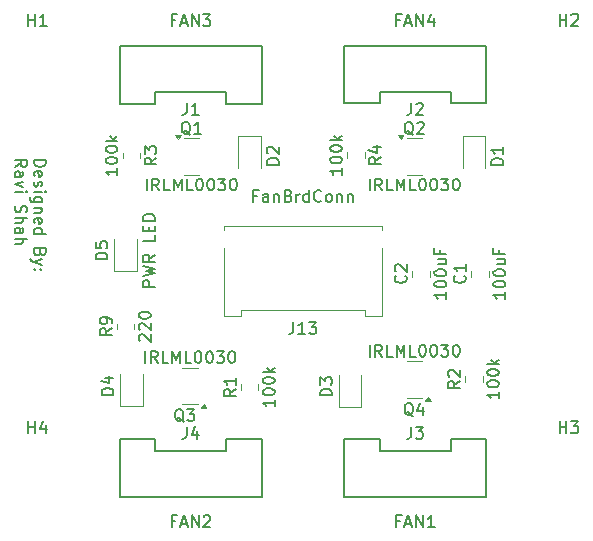
<source format=gbr>
%TF.GenerationSoftware,KiCad,Pcbnew,8.0.5*%
%TF.CreationDate,2024-10-02T10:46:17-05:00*%
%TF.ProjectId,FanBoardPCB,46616e42-6f61-4726-9450-43422e6b6963,rev?*%
%TF.SameCoordinates,Original*%
%TF.FileFunction,Legend,Top*%
%TF.FilePolarity,Positive*%
%FSLAX46Y46*%
G04 Gerber Fmt 4.6, Leading zero omitted, Abs format (unit mm)*
G04 Created by KiCad (PCBNEW 8.0.5) date 2024-10-02 10:46:17*
%MOMM*%
%LPD*%
G01*
G04 APERTURE LIST*
%ADD10C,0.153000*%
%ADD11C,0.120000*%
%ADD12C,0.150000*%
G04 APERTURE END LIST*
D10*
X146240280Y-49338752D02*
X147240280Y-49338752D01*
X147240280Y-49338752D02*
X147240280Y-49576847D01*
X147240280Y-49576847D02*
X147192661Y-49719704D01*
X147192661Y-49719704D02*
X147097423Y-49814942D01*
X147097423Y-49814942D02*
X147002185Y-49862561D01*
X147002185Y-49862561D02*
X146811709Y-49910180D01*
X146811709Y-49910180D02*
X146668852Y-49910180D01*
X146668852Y-49910180D02*
X146478376Y-49862561D01*
X146478376Y-49862561D02*
X146383138Y-49814942D01*
X146383138Y-49814942D02*
X146287900Y-49719704D01*
X146287900Y-49719704D02*
X146240280Y-49576847D01*
X146240280Y-49576847D02*
X146240280Y-49338752D01*
X146287900Y-50719704D02*
X146240280Y-50624466D01*
X146240280Y-50624466D02*
X146240280Y-50433990D01*
X146240280Y-50433990D02*
X146287900Y-50338752D01*
X146287900Y-50338752D02*
X146383138Y-50291133D01*
X146383138Y-50291133D02*
X146764090Y-50291133D01*
X146764090Y-50291133D02*
X146859328Y-50338752D01*
X146859328Y-50338752D02*
X146906947Y-50433990D01*
X146906947Y-50433990D02*
X146906947Y-50624466D01*
X146906947Y-50624466D02*
X146859328Y-50719704D01*
X146859328Y-50719704D02*
X146764090Y-50767323D01*
X146764090Y-50767323D02*
X146668852Y-50767323D01*
X146668852Y-50767323D02*
X146573614Y-50291133D01*
X146287900Y-51148276D02*
X146240280Y-51243514D01*
X146240280Y-51243514D02*
X146240280Y-51433990D01*
X146240280Y-51433990D02*
X146287900Y-51529228D01*
X146287900Y-51529228D02*
X146383138Y-51576847D01*
X146383138Y-51576847D02*
X146430757Y-51576847D01*
X146430757Y-51576847D02*
X146525995Y-51529228D01*
X146525995Y-51529228D02*
X146573614Y-51433990D01*
X146573614Y-51433990D02*
X146573614Y-51291133D01*
X146573614Y-51291133D02*
X146621233Y-51195895D01*
X146621233Y-51195895D02*
X146716471Y-51148276D01*
X146716471Y-51148276D02*
X146764090Y-51148276D01*
X146764090Y-51148276D02*
X146859328Y-51195895D01*
X146859328Y-51195895D02*
X146906947Y-51291133D01*
X146906947Y-51291133D02*
X146906947Y-51433990D01*
X146906947Y-51433990D02*
X146859328Y-51529228D01*
X146240280Y-52005419D02*
X146906947Y-52005419D01*
X147240280Y-52005419D02*
X147192661Y-51957800D01*
X147192661Y-51957800D02*
X147145042Y-52005419D01*
X147145042Y-52005419D02*
X147192661Y-52053038D01*
X147192661Y-52053038D02*
X147240280Y-52005419D01*
X147240280Y-52005419D02*
X147145042Y-52005419D01*
X146906947Y-52910180D02*
X146097423Y-52910180D01*
X146097423Y-52910180D02*
X146002185Y-52862561D01*
X146002185Y-52862561D02*
X145954566Y-52814942D01*
X145954566Y-52814942D02*
X145906947Y-52719704D01*
X145906947Y-52719704D02*
X145906947Y-52576847D01*
X145906947Y-52576847D02*
X145954566Y-52481609D01*
X146287900Y-52910180D02*
X146240280Y-52814942D01*
X146240280Y-52814942D02*
X146240280Y-52624466D01*
X146240280Y-52624466D02*
X146287900Y-52529228D01*
X146287900Y-52529228D02*
X146335519Y-52481609D01*
X146335519Y-52481609D02*
X146430757Y-52433990D01*
X146430757Y-52433990D02*
X146716471Y-52433990D01*
X146716471Y-52433990D02*
X146811709Y-52481609D01*
X146811709Y-52481609D02*
X146859328Y-52529228D01*
X146859328Y-52529228D02*
X146906947Y-52624466D01*
X146906947Y-52624466D02*
X146906947Y-52814942D01*
X146906947Y-52814942D02*
X146859328Y-52910180D01*
X146906947Y-53386371D02*
X146240280Y-53386371D01*
X146811709Y-53386371D02*
X146859328Y-53433990D01*
X146859328Y-53433990D02*
X146906947Y-53529228D01*
X146906947Y-53529228D02*
X146906947Y-53672085D01*
X146906947Y-53672085D02*
X146859328Y-53767323D01*
X146859328Y-53767323D02*
X146764090Y-53814942D01*
X146764090Y-53814942D02*
X146240280Y-53814942D01*
X146287900Y-54672085D02*
X146240280Y-54576847D01*
X146240280Y-54576847D02*
X146240280Y-54386371D01*
X146240280Y-54386371D02*
X146287900Y-54291133D01*
X146287900Y-54291133D02*
X146383138Y-54243514D01*
X146383138Y-54243514D02*
X146764090Y-54243514D01*
X146764090Y-54243514D02*
X146859328Y-54291133D01*
X146859328Y-54291133D02*
X146906947Y-54386371D01*
X146906947Y-54386371D02*
X146906947Y-54576847D01*
X146906947Y-54576847D02*
X146859328Y-54672085D01*
X146859328Y-54672085D02*
X146764090Y-54719704D01*
X146764090Y-54719704D02*
X146668852Y-54719704D01*
X146668852Y-54719704D02*
X146573614Y-54243514D01*
X146240280Y-55576847D02*
X147240280Y-55576847D01*
X146287900Y-55576847D02*
X146240280Y-55481609D01*
X146240280Y-55481609D02*
X146240280Y-55291133D01*
X146240280Y-55291133D02*
X146287900Y-55195895D01*
X146287900Y-55195895D02*
X146335519Y-55148276D01*
X146335519Y-55148276D02*
X146430757Y-55100657D01*
X146430757Y-55100657D02*
X146716471Y-55100657D01*
X146716471Y-55100657D02*
X146811709Y-55148276D01*
X146811709Y-55148276D02*
X146859328Y-55195895D01*
X146859328Y-55195895D02*
X146906947Y-55291133D01*
X146906947Y-55291133D02*
X146906947Y-55481609D01*
X146906947Y-55481609D02*
X146859328Y-55576847D01*
X146764090Y-57148276D02*
X146716471Y-57291133D01*
X146716471Y-57291133D02*
X146668852Y-57338752D01*
X146668852Y-57338752D02*
X146573614Y-57386371D01*
X146573614Y-57386371D02*
X146430757Y-57386371D01*
X146430757Y-57386371D02*
X146335519Y-57338752D01*
X146335519Y-57338752D02*
X146287900Y-57291133D01*
X146287900Y-57291133D02*
X146240280Y-57195895D01*
X146240280Y-57195895D02*
X146240280Y-56814943D01*
X146240280Y-56814943D02*
X147240280Y-56814943D01*
X147240280Y-56814943D02*
X147240280Y-57148276D01*
X147240280Y-57148276D02*
X147192661Y-57243514D01*
X147192661Y-57243514D02*
X147145042Y-57291133D01*
X147145042Y-57291133D02*
X147049804Y-57338752D01*
X147049804Y-57338752D02*
X146954566Y-57338752D01*
X146954566Y-57338752D02*
X146859328Y-57291133D01*
X146859328Y-57291133D02*
X146811709Y-57243514D01*
X146811709Y-57243514D02*
X146764090Y-57148276D01*
X146764090Y-57148276D02*
X146764090Y-56814943D01*
X146906947Y-57719705D02*
X146240280Y-57957800D01*
X146906947Y-58195895D02*
X146240280Y-57957800D01*
X146240280Y-57957800D02*
X146002185Y-57862562D01*
X146002185Y-57862562D02*
X145954566Y-57814943D01*
X145954566Y-57814943D02*
X145906947Y-57719705D01*
X146335519Y-58576848D02*
X146287900Y-58624467D01*
X146287900Y-58624467D02*
X146240280Y-58576848D01*
X146240280Y-58576848D02*
X146287900Y-58529229D01*
X146287900Y-58529229D02*
X146335519Y-58576848D01*
X146335519Y-58576848D02*
X146240280Y-58576848D01*
X146859328Y-58576848D02*
X146811709Y-58624467D01*
X146811709Y-58624467D02*
X146764090Y-58576848D01*
X146764090Y-58576848D02*
X146811709Y-58529229D01*
X146811709Y-58529229D02*
X146859328Y-58576848D01*
X146859328Y-58576848D02*
X146764090Y-58576848D01*
X144630336Y-49910180D02*
X145106527Y-49576847D01*
X144630336Y-49338752D02*
X145630336Y-49338752D01*
X145630336Y-49338752D02*
X145630336Y-49719704D01*
X145630336Y-49719704D02*
X145582717Y-49814942D01*
X145582717Y-49814942D02*
X145535098Y-49862561D01*
X145535098Y-49862561D02*
X145439860Y-49910180D01*
X145439860Y-49910180D02*
X145297003Y-49910180D01*
X145297003Y-49910180D02*
X145201765Y-49862561D01*
X145201765Y-49862561D02*
X145154146Y-49814942D01*
X145154146Y-49814942D02*
X145106527Y-49719704D01*
X145106527Y-49719704D02*
X145106527Y-49338752D01*
X144630336Y-50767323D02*
X145154146Y-50767323D01*
X145154146Y-50767323D02*
X145249384Y-50719704D01*
X145249384Y-50719704D02*
X145297003Y-50624466D01*
X145297003Y-50624466D02*
X145297003Y-50433990D01*
X145297003Y-50433990D02*
X145249384Y-50338752D01*
X144677956Y-50767323D02*
X144630336Y-50672085D01*
X144630336Y-50672085D02*
X144630336Y-50433990D01*
X144630336Y-50433990D02*
X144677956Y-50338752D01*
X144677956Y-50338752D02*
X144773194Y-50291133D01*
X144773194Y-50291133D02*
X144868432Y-50291133D01*
X144868432Y-50291133D02*
X144963670Y-50338752D01*
X144963670Y-50338752D02*
X145011289Y-50433990D01*
X145011289Y-50433990D02*
X145011289Y-50672085D01*
X145011289Y-50672085D02*
X145058908Y-50767323D01*
X145297003Y-51148276D02*
X144630336Y-51386371D01*
X144630336Y-51386371D02*
X145297003Y-51624466D01*
X144630336Y-52005419D02*
X145297003Y-52005419D01*
X145630336Y-52005419D02*
X145582717Y-51957800D01*
X145582717Y-51957800D02*
X145535098Y-52005419D01*
X145535098Y-52005419D02*
X145582717Y-52053038D01*
X145582717Y-52053038D02*
X145630336Y-52005419D01*
X145630336Y-52005419D02*
X145535098Y-52005419D01*
X144677956Y-53195895D02*
X144630336Y-53338752D01*
X144630336Y-53338752D02*
X144630336Y-53576847D01*
X144630336Y-53576847D02*
X144677956Y-53672085D01*
X144677956Y-53672085D02*
X144725575Y-53719704D01*
X144725575Y-53719704D02*
X144820813Y-53767323D01*
X144820813Y-53767323D02*
X144916051Y-53767323D01*
X144916051Y-53767323D02*
X145011289Y-53719704D01*
X145011289Y-53719704D02*
X145058908Y-53672085D01*
X145058908Y-53672085D02*
X145106527Y-53576847D01*
X145106527Y-53576847D02*
X145154146Y-53386371D01*
X145154146Y-53386371D02*
X145201765Y-53291133D01*
X145201765Y-53291133D02*
X145249384Y-53243514D01*
X145249384Y-53243514D02*
X145344622Y-53195895D01*
X145344622Y-53195895D02*
X145439860Y-53195895D01*
X145439860Y-53195895D02*
X145535098Y-53243514D01*
X145535098Y-53243514D02*
X145582717Y-53291133D01*
X145582717Y-53291133D02*
X145630336Y-53386371D01*
X145630336Y-53386371D02*
X145630336Y-53624466D01*
X145630336Y-53624466D02*
X145582717Y-53767323D01*
X144630336Y-54195895D02*
X145630336Y-54195895D01*
X144630336Y-54624466D02*
X145154146Y-54624466D01*
X145154146Y-54624466D02*
X145249384Y-54576847D01*
X145249384Y-54576847D02*
X145297003Y-54481609D01*
X145297003Y-54481609D02*
X145297003Y-54338752D01*
X145297003Y-54338752D02*
X145249384Y-54243514D01*
X145249384Y-54243514D02*
X145201765Y-54195895D01*
X144630336Y-55529228D02*
X145154146Y-55529228D01*
X145154146Y-55529228D02*
X145249384Y-55481609D01*
X145249384Y-55481609D02*
X145297003Y-55386371D01*
X145297003Y-55386371D02*
X145297003Y-55195895D01*
X145297003Y-55195895D02*
X145249384Y-55100657D01*
X144677956Y-55529228D02*
X144630336Y-55433990D01*
X144630336Y-55433990D02*
X144630336Y-55195895D01*
X144630336Y-55195895D02*
X144677956Y-55100657D01*
X144677956Y-55100657D02*
X144773194Y-55053038D01*
X144773194Y-55053038D02*
X144868432Y-55053038D01*
X144868432Y-55053038D02*
X144963670Y-55100657D01*
X144963670Y-55100657D02*
X145011289Y-55195895D01*
X145011289Y-55195895D02*
X145011289Y-55433990D01*
X145011289Y-55433990D02*
X145058908Y-55529228D01*
X144630336Y-56005419D02*
X145630336Y-56005419D01*
X144630336Y-56433990D02*
X145154146Y-56433990D01*
X145154146Y-56433990D02*
X145249384Y-56386371D01*
X145249384Y-56386371D02*
X145297003Y-56291133D01*
X145297003Y-56291133D02*
X145297003Y-56148276D01*
X145297003Y-56148276D02*
X145249384Y-56053038D01*
X145249384Y-56053038D02*
X145201765Y-56005419D01*
X152804663Y-63579166D02*
X152328472Y-63912499D01*
X152804663Y-64150594D02*
X151804663Y-64150594D01*
X151804663Y-64150594D02*
X151804663Y-63769642D01*
X151804663Y-63769642D02*
X151852282Y-63674404D01*
X151852282Y-63674404D02*
X151899901Y-63626785D01*
X151899901Y-63626785D02*
X151995139Y-63579166D01*
X151995139Y-63579166D02*
X152137996Y-63579166D01*
X152137996Y-63579166D02*
X152233234Y-63626785D01*
X152233234Y-63626785D02*
X152280853Y-63674404D01*
X152280853Y-63674404D02*
X152328472Y-63769642D01*
X152328472Y-63769642D02*
X152328472Y-64150594D01*
X152804663Y-63102975D02*
X152804663Y-62912499D01*
X152804663Y-62912499D02*
X152757044Y-62817261D01*
X152757044Y-62817261D02*
X152709424Y-62769642D01*
X152709424Y-62769642D02*
X152566567Y-62674404D01*
X152566567Y-62674404D02*
X152376091Y-62626785D01*
X152376091Y-62626785D02*
X151995139Y-62626785D01*
X151995139Y-62626785D02*
X151899901Y-62674404D01*
X151899901Y-62674404D02*
X151852282Y-62722023D01*
X151852282Y-62722023D02*
X151804663Y-62817261D01*
X151804663Y-62817261D02*
X151804663Y-63007737D01*
X151804663Y-63007737D02*
X151852282Y-63102975D01*
X151852282Y-63102975D02*
X151899901Y-63150594D01*
X151899901Y-63150594D02*
X151995139Y-63198213D01*
X151995139Y-63198213D02*
X152233234Y-63198213D01*
X152233234Y-63198213D02*
X152328472Y-63150594D01*
X152328472Y-63150594D02*
X152376091Y-63102975D01*
X152376091Y-63102975D02*
X152423710Y-63007737D01*
X152423710Y-63007737D02*
X152423710Y-62817261D01*
X152423710Y-62817261D02*
X152376091Y-62722023D01*
X152376091Y-62722023D02*
X152328472Y-62674404D01*
X152328472Y-62674404D02*
X152233234Y-62626785D01*
X155199901Y-64650594D02*
X155152282Y-64602975D01*
X155152282Y-64602975D02*
X155104663Y-64507737D01*
X155104663Y-64507737D02*
X155104663Y-64269642D01*
X155104663Y-64269642D02*
X155152282Y-64174404D01*
X155152282Y-64174404D02*
X155199901Y-64126785D01*
X155199901Y-64126785D02*
X155295139Y-64079166D01*
X155295139Y-64079166D02*
X155390377Y-64079166D01*
X155390377Y-64079166D02*
X155533234Y-64126785D01*
X155533234Y-64126785D02*
X156104663Y-64698213D01*
X156104663Y-64698213D02*
X156104663Y-64079166D01*
X155199901Y-63698213D02*
X155152282Y-63650594D01*
X155152282Y-63650594D02*
X155104663Y-63555356D01*
X155104663Y-63555356D02*
X155104663Y-63317261D01*
X155104663Y-63317261D02*
X155152282Y-63222023D01*
X155152282Y-63222023D02*
X155199901Y-63174404D01*
X155199901Y-63174404D02*
X155295139Y-63126785D01*
X155295139Y-63126785D02*
X155390377Y-63126785D01*
X155390377Y-63126785D02*
X155533234Y-63174404D01*
X155533234Y-63174404D02*
X156104663Y-63745832D01*
X156104663Y-63745832D02*
X156104663Y-63126785D01*
X155104663Y-62507737D02*
X155104663Y-62412499D01*
X155104663Y-62412499D02*
X155152282Y-62317261D01*
X155152282Y-62317261D02*
X155199901Y-62269642D01*
X155199901Y-62269642D02*
X155295139Y-62222023D01*
X155295139Y-62222023D02*
X155485615Y-62174404D01*
X155485615Y-62174404D02*
X155723710Y-62174404D01*
X155723710Y-62174404D02*
X155914186Y-62222023D01*
X155914186Y-62222023D02*
X156009424Y-62269642D01*
X156009424Y-62269642D02*
X156057044Y-62317261D01*
X156057044Y-62317261D02*
X156104663Y-62412499D01*
X156104663Y-62412499D02*
X156104663Y-62507737D01*
X156104663Y-62507737D02*
X156057044Y-62602975D01*
X156057044Y-62602975D02*
X156009424Y-62650594D01*
X156009424Y-62650594D02*
X155914186Y-62698213D01*
X155914186Y-62698213D02*
X155723710Y-62745832D01*
X155723710Y-62745832D02*
X155485615Y-62745832D01*
X155485615Y-62745832D02*
X155295139Y-62698213D01*
X155295139Y-62698213D02*
X155199901Y-62650594D01*
X155199901Y-62650594D02*
X155152282Y-62602975D01*
X155152282Y-62602975D02*
X155104663Y-62507737D01*
X175604663Y-49079166D02*
X175128472Y-49412499D01*
X175604663Y-49650594D02*
X174604663Y-49650594D01*
X174604663Y-49650594D02*
X174604663Y-49269642D01*
X174604663Y-49269642D02*
X174652282Y-49174404D01*
X174652282Y-49174404D02*
X174699901Y-49126785D01*
X174699901Y-49126785D02*
X174795139Y-49079166D01*
X174795139Y-49079166D02*
X174937996Y-49079166D01*
X174937996Y-49079166D02*
X175033234Y-49126785D01*
X175033234Y-49126785D02*
X175080853Y-49174404D01*
X175080853Y-49174404D02*
X175128472Y-49269642D01*
X175128472Y-49269642D02*
X175128472Y-49650594D01*
X174937996Y-48222023D02*
X175604663Y-48222023D01*
X174557044Y-48460118D02*
X175271329Y-48698213D01*
X175271329Y-48698213D02*
X175271329Y-48079166D01*
X172304663Y-49983928D02*
X172304663Y-50555356D01*
X172304663Y-50269642D02*
X171304663Y-50269642D01*
X171304663Y-50269642D02*
X171447520Y-50364880D01*
X171447520Y-50364880D02*
X171542758Y-50460118D01*
X171542758Y-50460118D02*
X171590377Y-50555356D01*
X171304663Y-49364880D02*
X171304663Y-49269642D01*
X171304663Y-49269642D02*
X171352282Y-49174404D01*
X171352282Y-49174404D02*
X171399901Y-49126785D01*
X171399901Y-49126785D02*
X171495139Y-49079166D01*
X171495139Y-49079166D02*
X171685615Y-49031547D01*
X171685615Y-49031547D02*
X171923710Y-49031547D01*
X171923710Y-49031547D02*
X172114186Y-49079166D01*
X172114186Y-49079166D02*
X172209424Y-49126785D01*
X172209424Y-49126785D02*
X172257044Y-49174404D01*
X172257044Y-49174404D02*
X172304663Y-49269642D01*
X172304663Y-49269642D02*
X172304663Y-49364880D01*
X172304663Y-49364880D02*
X172257044Y-49460118D01*
X172257044Y-49460118D02*
X172209424Y-49507737D01*
X172209424Y-49507737D02*
X172114186Y-49555356D01*
X172114186Y-49555356D02*
X171923710Y-49602975D01*
X171923710Y-49602975D02*
X171685615Y-49602975D01*
X171685615Y-49602975D02*
X171495139Y-49555356D01*
X171495139Y-49555356D02*
X171399901Y-49507737D01*
X171399901Y-49507737D02*
X171352282Y-49460118D01*
X171352282Y-49460118D02*
X171304663Y-49364880D01*
X171304663Y-48412499D02*
X171304663Y-48317261D01*
X171304663Y-48317261D02*
X171352282Y-48222023D01*
X171352282Y-48222023D02*
X171399901Y-48174404D01*
X171399901Y-48174404D02*
X171495139Y-48126785D01*
X171495139Y-48126785D02*
X171685615Y-48079166D01*
X171685615Y-48079166D02*
X171923710Y-48079166D01*
X171923710Y-48079166D02*
X172114186Y-48126785D01*
X172114186Y-48126785D02*
X172209424Y-48174404D01*
X172209424Y-48174404D02*
X172257044Y-48222023D01*
X172257044Y-48222023D02*
X172304663Y-48317261D01*
X172304663Y-48317261D02*
X172304663Y-48412499D01*
X172304663Y-48412499D02*
X172257044Y-48507737D01*
X172257044Y-48507737D02*
X172209424Y-48555356D01*
X172209424Y-48555356D02*
X172114186Y-48602975D01*
X172114186Y-48602975D02*
X171923710Y-48650594D01*
X171923710Y-48650594D02*
X171685615Y-48650594D01*
X171685615Y-48650594D02*
X171495139Y-48602975D01*
X171495139Y-48602975D02*
X171399901Y-48555356D01*
X171399901Y-48555356D02*
X171352282Y-48507737D01*
X171352282Y-48507737D02*
X171304663Y-48412499D01*
X172304663Y-47650594D02*
X171304663Y-47650594D01*
X171923710Y-47555356D02*
X172304663Y-47269642D01*
X171637996Y-47269642D02*
X172018948Y-47650594D01*
X156604663Y-49119166D02*
X156128472Y-49452499D01*
X156604663Y-49690594D02*
X155604663Y-49690594D01*
X155604663Y-49690594D02*
X155604663Y-49309642D01*
X155604663Y-49309642D02*
X155652282Y-49214404D01*
X155652282Y-49214404D02*
X155699901Y-49166785D01*
X155699901Y-49166785D02*
X155795139Y-49119166D01*
X155795139Y-49119166D02*
X155937996Y-49119166D01*
X155937996Y-49119166D02*
X156033234Y-49166785D01*
X156033234Y-49166785D02*
X156080853Y-49214404D01*
X156080853Y-49214404D02*
X156128472Y-49309642D01*
X156128472Y-49309642D02*
X156128472Y-49690594D01*
X155604663Y-48785832D02*
X155604663Y-48166785D01*
X155604663Y-48166785D02*
X155985615Y-48500118D01*
X155985615Y-48500118D02*
X155985615Y-48357261D01*
X155985615Y-48357261D02*
X156033234Y-48262023D01*
X156033234Y-48262023D02*
X156080853Y-48214404D01*
X156080853Y-48214404D02*
X156176091Y-48166785D01*
X156176091Y-48166785D02*
X156414186Y-48166785D01*
X156414186Y-48166785D02*
X156509424Y-48214404D01*
X156509424Y-48214404D02*
X156557044Y-48262023D01*
X156557044Y-48262023D02*
X156604663Y-48357261D01*
X156604663Y-48357261D02*
X156604663Y-48642975D01*
X156604663Y-48642975D02*
X156557044Y-48738213D01*
X156557044Y-48738213D02*
X156509424Y-48785832D01*
X153304663Y-50023928D02*
X153304663Y-50595356D01*
X153304663Y-50309642D02*
X152304663Y-50309642D01*
X152304663Y-50309642D02*
X152447520Y-50404880D01*
X152447520Y-50404880D02*
X152542758Y-50500118D01*
X152542758Y-50500118D02*
X152590377Y-50595356D01*
X152304663Y-49404880D02*
X152304663Y-49309642D01*
X152304663Y-49309642D02*
X152352282Y-49214404D01*
X152352282Y-49214404D02*
X152399901Y-49166785D01*
X152399901Y-49166785D02*
X152495139Y-49119166D01*
X152495139Y-49119166D02*
X152685615Y-49071547D01*
X152685615Y-49071547D02*
X152923710Y-49071547D01*
X152923710Y-49071547D02*
X153114186Y-49119166D01*
X153114186Y-49119166D02*
X153209424Y-49166785D01*
X153209424Y-49166785D02*
X153257044Y-49214404D01*
X153257044Y-49214404D02*
X153304663Y-49309642D01*
X153304663Y-49309642D02*
X153304663Y-49404880D01*
X153304663Y-49404880D02*
X153257044Y-49500118D01*
X153257044Y-49500118D02*
X153209424Y-49547737D01*
X153209424Y-49547737D02*
X153114186Y-49595356D01*
X153114186Y-49595356D02*
X152923710Y-49642975D01*
X152923710Y-49642975D02*
X152685615Y-49642975D01*
X152685615Y-49642975D02*
X152495139Y-49595356D01*
X152495139Y-49595356D02*
X152399901Y-49547737D01*
X152399901Y-49547737D02*
X152352282Y-49500118D01*
X152352282Y-49500118D02*
X152304663Y-49404880D01*
X152304663Y-48452499D02*
X152304663Y-48357261D01*
X152304663Y-48357261D02*
X152352282Y-48262023D01*
X152352282Y-48262023D02*
X152399901Y-48214404D01*
X152399901Y-48214404D02*
X152495139Y-48166785D01*
X152495139Y-48166785D02*
X152685615Y-48119166D01*
X152685615Y-48119166D02*
X152923710Y-48119166D01*
X152923710Y-48119166D02*
X153114186Y-48166785D01*
X153114186Y-48166785D02*
X153209424Y-48214404D01*
X153209424Y-48214404D02*
X153257044Y-48262023D01*
X153257044Y-48262023D02*
X153304663Y-48357261D01*
X153304663Y-48357261D02*
X153304663Y-48452499D01*
X153304663Y-48452499D02*
X153257044Y-48547737D01*
X153257044Y-48547737D02*
X153209424Y-48595356D01*
X153209424Y-48595356D02*
X153114186Y-48642975D01*
X153114186Y-48642975D02*
X152923710Y-48690594D01*
X152923710Y-48690594D02*
X152685615Y-48690594D01*
X152685615Y-48690594D02*
X152495139Y-48642975D01*
X152495139Y-48642975D02*
X152399901Y-48595356D01*
X152399901Y-48595356D02*
X152352282Y-48547737D01*
X152352282Y-48547737D02*
X152304663Y-48452499D01*
X153304663Y-47690594D02*
X152304663Y-47690594D01*
X152923710Y-47595356D02*
X153304663Y-47309642D01*
X152637996Y-47309642D02*
X153018948Y-47690594D01*
X178342261Y-47199901D02*
X178247023Y-47152282D01*
X178247023Y-47152282D02*
X178151785Y-47057044D01*
X178151785Y-47057044D02*
X178008928Y-46914186D01*
X178008928Y-46914186D02*
X177913690Y-46866567D01*
X177913690Y-46866567D02*
X177818452Y-46866567D01*
X177866071Y-47104663D02*
X177770833Y-47057044D01*
X177770833Y-47057044D02*
X177675595Y-46961805D01*
X177675595Y-46961805D02*
X177627976Y-46771329D01*
X177627976Y-46771329D02*
X177627976Y-46437996D01*
X177627976Y-46437996D02*
X177675595Y-46247520D01*
X177675595Y-46247520D02*
X177770833Y-46152282D01*
X177770833Y-46152282D02*
X177866071Y-46104663D01*
X177866071Y-46104663D02*
X178056547Y-46104663D01*
X178056547Y-46104663D02*
X178151785Y-46152282D01*
X178151785Y-46152282D02*
X178247023Y-46247520D01*
X178247023Y-46247520D02*
X178294642Y-46437996D01*
X178294642Y-46437996D02*
X178294642Y-46771329D01*
X178294642Y-46771329D02*
X178247023Y-46961805D01*
X178247023Y-46961805D02*
X178151785Y-47057044D01*
X178151785Y-47057044D02*
X178056547Y-47104663D01*
X178056547Y-47104663D02*
X177866071Y-47104663D01*
X178675595Y-46199901D02*
X178723214Y-46152282D01*
X178723214Y-46152282D02*
X178818452Y-46104663D01*
X178818452Y-46104663D02*
X179056547Y-46104663D01*
X179056547Y-46104663D02*
X179151785Y-46152282D01*
X179151785Y-46152282D02*
X179199404Y-46199901D01*
X179199404Y-46199901D02*
X179247023Y-46295139D01*
X179247023Y-46295139D02*
X179247023Y-46390377D01*
X179247023Y-46390377D02*
X179199404Y-46533234D01*
X179199404Y-46533234D02*
X178627976Y-47104663D01*
X178627976Y-47104663D02*
X179247023Y-47104663D01*
X174651786Y-51904663D02*
X174651786Y-50904663D01*
X175699404Y-51904663D02*
X175366071Y-51428472D01*
X175127976Y-51904663D02*
X175127976Y-50904663D01*
X175127976Y-50904663D02*
X175508928Y-50904663D01*
X175508928Y-50904663D02*
X175604166Y-50952282D01*
X175604166Y-50952282D02*
X175651785Y-50999901D01*
X175651785Y-50999901D02*
X175699404Y-51095139D01*
X175699404Y-51095139D02*
X175699404Y-51237996D01*
X175699404Y-51237996D02*
X175651785Y-51333234D01*
X175651785Y-51333234D02*
X175604166Y-51380853D01*
X175604166Y-51380853D02*
X175508928Y-51428472D01*
X175508928Y-51428472D02*
X175127976Y-51428472D01*
X176604166Y-51904663D02*
X176127976Y-51904663D01*
X176127976Y-51904663D02*
X176127976Y-50904663D01*
X176937500Y-51904663D02*
X176937500Y-50904663D01*
X176937500Y-50904663D02*
X177270833Y-51618948D01*
X177270833Y-51618948D02*
X177604166Y-50904663D01*
X177604166Y-50904663D02*
X177604166Y-51904663D01*
X178556547Y-51904663D02*
X178080357Y-51904663D01*
X178080357Y-51904663D02*
X178080357Y-50904663D01*
X179080357Y-50904663D02*
X179175595Y-50904663D01*
X179175595Y-50904663D02*
X179270833Y-50952282D01*
X179270833Y-50952282D02*
X179318452Y-50999901D01*
X179318452Y-50999901D02*
X179366071Y-51095139D01*
X179366071Y-51095139D02*
X179413690Y-51285615D01*
X179413690Y-51285615D02*
X179413690Y-51523710D01*
X179413690Y-51523710D02*
X179366071Y-51714186D01*
X179366071Y-51714186D02*
X179318452Y-51809424D01*
X179318452Y-51809424D02*
X179270833Y-51857044D01*
X179270833Y-51857044D02*
X179175595Y-51904663D01*
X179175595Y-51904663D02*
X179080357Y-51904663D01*
X179080357Y-51904663D02*
X178985119Y-51857044D01*
X178985119Y-51857044D02*
X178937500Y-51809424D01*
X178937500Y-51809424D02*
X178889881Y-51714186D01*
X178889881Y-51714186D02*
X178842262Y-51523710D01*
X178842262Y-51523710D02*
X178842262Y-51285615D01*
X178842262Y-51285615D02*
X178889881Y-51095139D01*
X178889881Y-51095139D02*
X178937500Y-50999901D01*
X178937500Y-50999901D02*
X178985119Y-50952282D01*
X178985119Y-50952282D02*
X179080357Y-50904663D01*
X180032738Y-50904663D02*
X180127976Y-50904663D01*
X180127976Y-50904663D02*
X180223214Y-50952282D01*
X180223214Y-50952282D02*
X180270833Y-50999901D01*
X180270833Y-50999901D02*
X180318452Y-51095139D01*
X180318452Y-51095139D02*
X180366071Y-51285615D01*
X180366071Y-51285615D02*
X180366071Y-51523710D01*
X180366071Y-51523710D02*
X180318452Y-51714186D01*
X180318452Y-51714186D02*
X180270833Y-51809424D01*
X180270833Y-51809424D02*
X180223214Y-51857044D01*
X180223214Y-51857044D02*
X180127976Y-51904663D01*
X180127976Y-51904663D02*
X180032738Y-51904663D01*
X180032738Y-51904663D02*
X179937500Y-51857044D01*
X179937500Y-51857044D02*
X179889881Y-51809424D01*
X179889881Y-51809424D02*
X179842262Y-51714186D01*
X179842262Y-51714186D02*
X179794643Y-51523710D01*
X179794643Y-51523710D02*
X179794643Y-51285615D01*
X179794643Y-51285615D02*
X179842262Y-51095139D01*
X179842262Y-51095139D02*
X179889881Y-50999901D01*
X179889881Y-50999901D02*
X179937500Y-50952282D01*
X179937500Y-50952282D02*
X180032738Y-50904663D01*
X180699405Y-50904663D02*
X181318452Y-50904663D01*
X181318452Y-50904663D02*
X180985119Y-51285615D01*
X180985119Y-51285615D02*
X181127976Y-51285615D01*
X181127976Y-51285615D02*
X181223214Y-51333234D01*
X181223214Y-51333234D02*
X181270833Y-51380853D01*
X181270833Y-51380853D02*
X181318452Y-51476091D01*
X181318452Y-51476091D02*
X181318452Y-51714186D01*
X181318452Y-51714186D02*
X181270833Y-51809424D01*
X181270833Y-51809424D02*
X181223214Y-51857044D01*
X181223214Y-51857044D02*
X181127976Y-51904663D01*
X181127976Y-51904663D02*
X180842262Y-51904663D01*
X180842262Y-51904663D02*
X180747024Y-51857044D01*
X180747024Y-51857044D02*
X180699405Y-51809424D01*
X181937500Y-50904663D02*
X182032738Y-50904663D01*
X182032738Y-50904663D02*
X182127976Y-50952282D01*
X182127976Y-50952282D02*
X182175595Y-50999901D01*
X182175595Y-50999901D02*
X182223214Y-51095139D01*
X182223214Y-51095139D02*
X182270833Y-51285615D01*
X182270833Y-51285615D02*
X182270833Y-51523710D01*
X182270833Y-51523710D02*
X182223214Y-51714186D01*
X182223214Y-51714186D02*
X182175595Y-51809424D01*
X182175595Y-51809424D02*
X182127976Y-51857044D01*
X182127976Y-51857044D02*
X182032738Y-51904663D01*
X182032738Y-51904663D02*
X181937500Y-51904663D01*
X181937500Y-51904663D02*
X181842262Y-51857044D01*
X181842262Y-51857044D02*
X181794643Y-51809424D01*
X181794643Y-51809424D02*
X181747024Y-51714186D01*
X181747024Y-51714186D02*
X181699405Y-51523710D01*
X181699405Y-51523710D02*
X181699405Y-51285615D01*
X181699405Y-51285615D02*
X181747024Y-51095139D01*
X181747024Y-51095139D02*
X181794643Y-50999901D01*
X181794643Y-50999901D02*
X181842262Y-50952282D01*
X181842262Y-50952282D02*
X181937500Y-50904663D01*
X159467261Y-47189901D02*
X159372023Y-47142282D01*
X159372023Y-47142282D02*
X159276785Y-47047044D01*
X159276785Y-47047044D02*
X159133928Y-46904186D01*
X159133928Y-46904186D02*
X159038690Y-46856567D01*
X159038690Y-46856567D02*
X158943452Y-46856567D01*
X158991071Y-47094663D02*
X158895833Y-47047044D01*
X158895833Y-47047044D02*
X158800595Y-46951805D01*
X158800595Y-46951805D02*
X158752976Y-46761329D01*
X158752976Y-46761329D02*
X158752976Y-46427996D01*
X158752976Y-46427996D02*
X158800595Y-46237520D01*
X158800595Y-46237520D02*
X158895833Y-46142282D01*
X158895833Y-46142282D02*
X158991071Y-46094663D01*
X158991071Y-46094663D02*
X159181547Y-46094663D01*
X159181547Y-46094663D02*
X159276785Y-46142282D01*
X159276785Y-46142282D02*
X159372023Y-46237520D01*
X159372023Y-46237520D02*
X159419642Y-46427996D01*
X159419642Y-46427996D02*
X159419642Y-46761329D01*
X159419642Y-46761329D02*
X159372023Y-46951805D01*
X159372023Y-46951805D02*
X159276785Y-47047044D01*
X159276785Y-47047044D02*
X159181547Y-47094663D01*
X159181547Y-47094663D02*
X158991071Y-47094663D01*
X160372023Y-47094663D02*
X159800595Y-47094663D01*
X160086309Y-47094663D02*
X160086309Y-46094663D01*
X160086309Y-46094663D02*
X159991071Y-46237520D01*
X159991071Y-46237520D02*
X159895833Y-46332758D01*
X159895833Y-46332758D02*
X159800595Y-46380377D01*
X155776786Y-51894663D02*
X155776786Y-50894663D01*
X156824404Y-51894663D02*
X156491071Y-51418472D01*
X156252976Y-51894663D02*
X156252976Y-50894663D01*
X156252976Y-50894663D02*
X156633928Y-50894663D01*
X156633928Y-50894663D02*
X156729166Y-50942282D01*
X156729166Y-50942282D02*
X156776785Y-50989901D01*
X156776785Y-50989901D02*
X156824404Y-51085139D01*
X156824404Y-51085139D02*
X156824404Y-51227996D01*
X156824404Y-51227996D02*
X156776785Y-51323234D01*
X156776785Y-51323234D02*
X156729166Y-51370853D01*
X156729166Y-51370853D02*
X156633928Y-51418472D01*
X156633928Y-51418472D02*
X156252976Y-51418472D01*
X157729166Y-51894663D02*
X157252976Y-51894663D01*
X157252976Y-51894663D02*
X157252976Y-50894663D01*
X158062500Y-51894663D02*
X158062500Y-50894663D01*
X158062500Y-50894663D02*
X158395833Y-51608948D01*
X158395833Y-51608948D02*
X158729166Y-50894663D01*
X158729166Y-50894663D02*
X158729166Y-51894663D01*
X159681547Y-51894663D02*
X159205357Y-51894663D01*
X159205357Y-51894663D02*
X159205357Y-50894663D01*
X160205357Y-50894663D02*
X160300595Y-50894663D01*
X160300595Y-50894663D02*
X160395833Y-50942282D01*
X160395833Y-50942282D02*
X160443452Y-50989901D01*
X160443452Y-50989901D02*
X160491071Y-51085139D01*
X160491071Y-51085139D02*
X160538690Y-51275615D01*
X160538690Y-51275615D02*
X160538690Y-51513710D01*
X160538690Y-51513710D02*
X160491071Y-51704186D01*
X160491071Y-51704186D02*
X160443452Y-51799424D01*
X160443452Y-51799424D02*
X160395833Y-51847044D01*
X160395833Y-51847044D02*
X160300595Y-51894663D01*
X160300595Y-51894663D02*
X160205357Y-51894663D01*
X160205357Y-51894663D02*
X160110119Y-51847044D01*
X160110119Y-51847044D02*
X160062500Y-51799424D01*
X160062500Y-51799424D02*
X160014881Y-51704186D01*
X160014881Y-51704186D02*
X159967262Y-51513710D01*
X159967262Y-51513710D02*
X159967262Y-51275615D01*
X159967262Y-51275615D02*
X160014881Y-51085139D01*
X160014881Y-51085139D02*
X160062500Y-50989901D01*
X160062500Y-50989901D02*
X160110119Y-50942282D01*
X160110119Y-50942282D02*
X160205357Y-50894663D01*
X161157738Y-50894663D02*
X161252976Y-50894663D01*
X161252976Y-50894663D02*
X161348214Y-50942282D01*
X161348214Y-50942282D02*
X161395833Y-50989901D01*
X161395833Y-50989901D02*
X161443452Y-51085139D01*
X161443452Y-51085139D02*
X161491071Y-51275615D01*
X161491071Y-51275615D02*
X161491071Y-51513710D01*
X161491071Y-51513710D02*
X161443452Y-51704186D01*
X161443452Y-51704186D02*
X161395833Y-51799424D01*
X161395833Y-51799424D02*
X161348214Y-51847044D01*
X161348214Y-51847044D02*
X161252976Y-51894663D01*
X161252976Y-51894663D02*
X161157738Y-51894663D01*
X161157738Y-51894663D02*
X161062500Y-51847044D01*
X161062500Y-51847044D02*
X161014881Y-51799424D01*
X161014881Y-51799424D02*
X160967262Y-51704186D01*
X160967262Y-51704186D02*
X160919643Y-51513710D01*
X160919643Y-51513710D02*
X160919643Y-51275615D01*
X160919643Y-51275615D02*
X160967262Y-51085139D01*
X160967262Y-51085139D02*
X161014881Y-50989901D01*
X161014881Y-50989901D02*
X161062500Y-50942282D01*
X161062500Y-50942282D02*
X161157738Y-50894663D01*
X161824405Y-50894663D02*
X162443452Y-50894663D01*
X162443452Y-50894663D02*
X162110119Y-51275615D01*
X162110119Y-51275615D02*
X162252976Y-51275615D01*
X162252976Y-51275615D02*
X162348214Y-51323234D01*
X162348214Y-51323234D02*
X162395833Y-51370853D01*
X162395833Y-51370853D02*
X162443452Y-51466091D01*
X162443452Y-51466091D02*
X162443452Y-51704186D01*
X162443452Y-51704186D02*
X162395833Y-51799424D01*
X162395833Y-51799424D02*
X162348214Y-51847044D01*
X162348214Y-51847044D02*
X162252976Y-51894663D01*
X162252976Y-51894663D02*
X161967262Y-51894663D01*
X161967262Y-51894663D02*
X161872024Y-51847044D01*
X161872024Y-51847044D02*
X161824405Y-51799424D01*
X163062500Y-50894663D02*
X163157738Y-50894663D01*
X163157738Y-50894663D02*
X163252976Y-50942282D01*
X163252976Y-50942282D02*
X163300595Y-50989901D01*
X163300595Y-50989901D02*
X163348214Y-51085139D01*
X163348214Y-51085139D02*
X163395833Y-51275615D01*
X163395833Y-51275615D02*
X163395833Y-51513710D01*
X163395833Y-51513710D02*
X163348214Y-51704186D01*
X163348214Y-51704186D02*
X163300595Y-51799424D01*
X163300595Y-51799424D02*
X163252976Y-51847044D01*
X163252976Y-51847044D02*
X163157738Y-51894663D01*
X163157738Y-51894663D02*
X163062500Y-51894663D01*
X163062500Y-51894663D02*
X162967262Y-51847044D01*
X162967262Y-51847044D02*
X162919643Y-51799424D01*
X162919643Y-51799424D02*
X162872024Y-51704186D01*
X162872024Y-51704186D02*
X162824405Y-51513710D01*
X162824405Y-51513710D02*
X162824405Y-51275615D01*
X162824405Y-51275615D02*
X162872024Y-51085139D01*
X162872024Y-51085139D02*
X162919643Y-50989901D01*
X162919643Y-50989901D02*
X162967262Y-50942282D01*
X162967262Y-50942282D02*
X163062500Y-50894663D01*
X168190476Y-63044663D02*
X168190476Y-63758948D01*
X168190476Y-63758948D02*
X168142857Y-63901805D01*
X168142857Y-63901805D02*
X168047619Y-63997044D01*
X168047619Y-63997044D02*
X167904762Y-64044663D01*
X167904762Y-64044663D02*
X167809524Y-64044663D01*
X169190476Y-64044663D02*
X168619048Y-64044663D01*
X168904762Y-64044663D02*
X168904762Y-63044663D01*
X168904762Y-63044663D02*
X168809524Y-63187520D01*
X168809524Y-63187520D02*
X168714286Y-63282758D01*
X168714286Y-63282758D02*
X168619048Y-63330377D01*
X169523810Y-63044663D02*
X170142857Y-63044663D01*
X170142857Y-63044663D02*
X169809524Y-63425615D01*
X169809524Y-63425615D02*
X169952381Y-63425615D01*
X169952381Y-63425615D02*
X170047619Y-63473234D01*
X170047619Y-63473234D02*
X170095238Y-63520853D01*
X170095238Y-63520853D02*
X170142857Y-63616091D01*
X170142857Y-63616091D02*
X170142857Y-63854186D01*
X170142857Y-63854186D02*
X170095238Y-63949424D01*
X170095238Y-63949424D02*
X170047619Y-63997044D01*
X170047619Y-63997044D02*
X169952381Y-64044663D01*
X169952381Y-64044663D02*
X169666667Y-64044663D01*
X169666667Y-64044663D02*
X169571429Y-63997044D01*
X169571429Y-63997044D02*
X169523810Y-63949424D01*
X165119047Y-52340853D02*
X164785714Y-52340853D01*
X164785714Y-52864663D02*
X164785714Y-51864663D01*
X164785714Y-51864663D02*
X165261904Y-51864663D01*
X166071428Y-52864663D02*
X166071428Y-52340853D01*
X166071428Y-52340853D02*
X166023809Y-52245615D01*
X166023809Y-52245615D02*
X165928571Y-52197996D01*
X165928571Y-52197996D02*
X165738095Y-52197996D01*
X165738095Y-52197996D02*
X165642857Y-52245615D01*
X166071428Y-52817044D02*
X165976190Y-52864663D01*
X165976190Y-52864663D02*
X165738095Y-52864663D01*
X165738095Y-52864663D02*
X165642857Y-52817044D01*
X165642857Y-52817044D02*
X165595238Y-52721805D01*
X165595238Y-52721805D02*
X165595238Y-52626567D01*
X165595238Y-52626567D02*
X165642857Y-52531329D01*
X165642857Y-52531329D02*
X165738095Y-52483710D01*
X165738095Y-52483710D02*
X165976190Y-52483710D01*
X165976190Y-52483710D02*
X166071428Y-52436091D01*
X166547619Y-52197996D02*
X166547619Y-52864663D01*
X166547619Y-52293234D02*
X166595238Y-52245615D01*
X166595238Y-52245615D02*
X166690476Y-52197996D01*
X166690476Y-52197996D02*
X166833333Y-52197996D01*
X166833333Y-52197996D02*
X166928571Y-52245615D01*
X166928571Y-52245615D02*
X166976190Y-52340853D01*
X166976190Y-52340853D02*
X166976190Y-52864663D01*
X167785714Y-52340853D02*
X167928571Y-52388472D01*
X167928571Y-52388472D02*
X167976190Y-52436091D01*
X167976190Y-52436091D02*
X168023809Y-52531329D01*
X168023809Y-52531329D02*
X168023809Y-52674186D01*
X168023809Y-52674186D02*
X167976190Y-52769424D01*
X167976190Y-52769424D02*
X167928571Y-52817044D01*
X167928571Y-52817044D02*
X167833333Y-52864663D01*
X167833333Y-52864663D02*
X167452381Y-52864663D01*
X167452381Y-52864663D02*
X167452381Y-51864663D01*
X167452381Y-51864663D02*
X167785714Y-51864663D01*
X167785714Y-51864663D02*
X167880952Y-51912282D01*
X167880952Y-51912282D02*
X167928571Y-51959901D01*
X167928571Y-51959901D02*
X167976190Y-52055139D01*
X167976190Y-52055139D02*
X167976190Y-52150377D01*
X167976190Y-52150377D02*
X167928571Y-52245615D01*
X167928571Y-52245615D02*
X167880952Y-52293234D01*
X167880952Y-52293234D02*
X167785714Y-52340853D01*
X167785714Y-52340853D02*
X167452381Y-52340853D01*
X168452381Y-52864663D02*
X168452381Y-52197996D01*
X168452381Y-52388472D02*
X168500000Y-52293234D01*
X168500000Y-52293234D02*
X168547619Y-52245615D01*
X168547619Y-52245615D02*
X168642857Y-52197996D01*
X168642857Y-52197996D02*
X168738095Y-52197996D01*
X169500000Y-52864663D02*
X169500000Y-51864663D01*
X169500000Y-52817044D02*
X169404762Y-52864663D01*
X169404762Y-52864663D02*
X169214286Y-52864663D01*
X169214286Y-52864663D02*
X169119048Y-52817044D01*
X169119048Y-52817044D02*
X169071429Y-52769424D01*
X169071429Y-52769424D02*
X169023810Y-52674186D01*
X169023810Y-52674186D02*
X169023810Y-52388472D01*
X169023810Y-52388472D02*
X169071429Y-52293234D01*
X169071429Y-52293234D02*
X169119048Y-52245615D01*
X169119048Y-52245615D02*
X169214286Y-52197996D01*
X169214286Y-52197996D02*
X169404762Y-52197996D01*
X169404762Y-52197996D02*
X169500000Y-52245615D01*
X170547619Y-52769424D02*
X170500000Y-52817044D01*
X170500000Y-52817044D02*
X170357143Y-52864663D01*
X170357143Y-52864663D02*
X170261905Y-52864663D01*
X170261905Y-52864663D02*
X170119048Y-52817044D01*
X170119048Y-52817044D02*
X170023810Y-52721805D01*
X170023810Y-52721805D02*
X169976191Y-52626567D01*
X169976191Y-52626567D02*
X169928572Y-52436091D01*
X169928572Y-52436091D02*
X169928572Y-52293234D01*
X169928572Y-52293234D02*
X169976191Y-52102758D01*
X169976191Y-52102758D02*
X170023810Y-52007520D01*
X170023810Y-52007520D02*
X170119048Y-51912282D01*
X170119048Y-51912282D02*
X170261905Y-51864663D01*
X170261905Y-51864663D02*
X170357143Y-51864663D01*
X170357143Y-51864663D02*
X170500000Y-51912282D01*
X170500000Y-51912282D02*
X170547619Y-51959901D01*
X171119048Y-52864663D02*
X171023810Y-52817044D01*
X171023810Y-52817044D02*
X170976191Y-52769424D01*
X170976191Y-52769424D02*
X170928572Y-52674186D01*
X170928572Y-52674186D02*
X170928572Y-52388472D01*
X170928572Y-52388472D02*
X170976191Y-52293234D01*
X170976191Y-52293234D02*
X171023810Y-52245615D01*
X171023810Y-52245615D02*
X171119048Y-52197996D01*
X171119048Y-52197996D02*
X171261905Y-52197996D01*
X171261905Y-52197996D02*
X171357143Y-52245615D01*
X171357143Y-52245615D02*
X171404762Y-52293234D01*
X171404762Y-52293234D02*
X171452381Y-52388472D01*
X171452381Y-52388472D02*
X171452381Y-52674186D01*
X171452381Y-52674186D02*
X171404762Y-52769424D01*
X171404762Y-52769424D02*
X171357143Y-52817044D01*
X171357143Y-52817044D02*
X171261905Y-52864663D01*
X171261905Y-52864663D02*
X171119048Y-52864663D01*
X171880953Y-52197996D02*
X171880953Y-52864663D01*
X171880953Y-52293234D02*
X171928572Y-52245615D01*
X171928572Y-52245615D02*
X172023810Y-52197996D01*
X172023810Y-52197996D02*
X172166667Y-52197996D01*
X172166667Y-52197996D02*
X172261905Y-52245615D01*
X172261905Y-52245615D02*
X172309524Y-52340853D01*
X172309524Y-52340853D02*
X172309524Y-52864663D01*
X172785715Y-52197996D02*
X172785715Y-52864663D01*
X172785715Y-52293234D02*
X172833334Y-52245615D01*
X172833334Y-52245615D02*
X172928572Y-52197996D01*
X172928572Y-52197996D02*
X173071429Y-52197996D01*
X173071429Y-52197996D02*
X173166667Y-52245615D01*
X173166667Y-52245615D02*
X173214286Y-52340853D01*
X173214286Y-52340853D02*
X173214286Y-52864663D01*
X178166666Y-44494663D02*
X178166666Y-45208948D01*
X178166666Y-45208948D02*
X178119047Y-45351805D01*
X178119047Y-45351805D02*
X178023809Y-45447044D01*
X178023809Y-45447044D02*
X177880952Y-45494663D01*
X177880952Y-45494663D02*
X177785714Y-45494663D01*
X178595238Y-44589901D02*
X178642857Y-44542282D01*
X178642857Y-44542282D02*
X178738095Y-44494663D01*
X178738095Y-44494663D02*
X178976190Y-44494663D01*
X178976190Y-44494663D02*
X179071428Y-44542282D01*
X179071428Y-44542282D02*
X179119047Y-44589901D01*
X179119047Y-44589901D02*
X179166666Y-44685139D01*
X179166666Y-44685139D02*
X179166666Y-44780377D01*
X179166666Y-44780377D02*
X179119047Y-44923234D01*
X179119047Y-44923234D02*
X178547619Y-45494663D01*
X178547619Y-45494663D02*
X179166666Y-45494663D01*
X177214285Y-37470853D02*
X176880952Y-37470853D01*
X176880952Y-37994663D02*
X176880952Y-36994663D01*
X176880952Y-36994663D02*
X177357142Y-36994663D01*
X177690476Y-37708948D02*
X178166666Y-37708948D01*
X177595238Y-37994663D02*
X177928571Y-36994663D01*
X177928571Y-36994663D02*
X178261904Y-37994663D01*
X178595238Y-37994663D02*
X178595238Y-36994663D01*
X178595238Y-36994663D02*
X179166666Y-37994663D01*
X179166666Y-37994663D02*
X179166666Y-36994663D01*
X180071428Y-37327996D02*
X180071428Y-37994663D01*
X179833333Y-36947044D02*
X179595238Y-37661329D01*
X179595238Y-37661329D02*
X180214285Y-37661329D01*
X159166666Y-44504663D02*
X159166666Y-45218948D01*
X159166666Y-45218948D02*
X159119047Y-45361805D01*
X159119047Y-45361805D02*
X159023809Y-45457044D01*
X159023809Y-45457044D02*
X158880952Y-45504663D01*
X158880952Y-45504663D02*
X158785714Y-45504663D01*
X160166666Y-45504663D02*
X159595238Y-45504663D01*
X159880952Y-45504663D02*
X159880952Y-44504663D01*
X159880952Y-44504663D02*
X159785714Y-44647520D01*
X159785714Y-44647520D02*
X159690476Y-44742758D01*
X159690476Y-44742758D02*
X159595238Y-44790377D01*
X158214285Y-37480853D02*
X157880952Y-37480853D01*
X157880952Y-38004663D02*
X157880952Y-37004663D01*
X157880952Y-37004663D02*
X158357142Y-37004663D01*
X158690476Y-37718948D02*
X159166666Y-37718948D01*
X158595238Y-38004663D02*
X158928571Y-37004663D01*
X158928571Y-37004663D02*
X159261904Y-38004663D01*
X159595238Y-38004663D02*
X159595238Y-37004663D01*
X159595238Y-37004663D02*
X160166666Y-38004663D01*
X160166666Y-38004663D02*
X160166666Y-37004663D01*
X160547619Y-37004663D02*
X161166666Y-37004663D01*
X161166666Y-37004663D02*
X160833333Y-37385615D01*
X160833333Y-37385615D02*
X160976190Y-37385615D01*
X160976190Y-37385615D02*
X161071428Y-37433234D01*
X161071428Y-37433234D02*
X161119047Y-37480853D01*
X161119047Y-37480853D02*
X161166666Y-37576091D01*
X161166666Y-37576091D02*
X161166666Y-37814186D01*
X161166666Y-37814186D02*
X161119047Y-37909424D01*
X161119047Y-37909424D02*
X161071428Y-37957044D01*
X161071428Y-37957044D02*
X160976190Y-38004663D01*
X160976190Y-38004663D02*
X160690476Y-38004663D01*
X160690476Y-38004663D02*
X160595238Y-37957044D01*
X160595238Y-37957044D02*
X160547619Y-37909424D01*
X145738095Y-72454663D02*
X145738095Y-71454663D01*
X145738095Y-71930853D02*
X146309523Y-71930853D01*
X146309523Y-72454663D02*
X146309523Y-71454663D01*
X147214285Y-71787996D02*
X147214285Y-72454663D01*
X146976190Y-71407044D02*
X146738095Y-72121329D01*
X146738095Y-72121329D02*
X147357142Y-72121329D01*
X190738095Y-72454663D02*
X190738095Y-71454663D01*
X190738095Y-71930853D02*
X191309523Y-71930853D01*
X191309523Y-72454663D02*
X191309523Y-71454663D01*
X191690476Y-71454663D02*
X192309523Y-71454663D01*
X192309523Y-71454663D02*
X191976190Y-71835615D01*
X191976190Y-71835615D02*
X192119047Y-71835615D01*
X192119047Y-71835615D02*
X192214285Y-71883234D01*
X192214285Y-71883234D02*
X192261904Y-71930853D01*
X192261904Y-71930853D02*
X192309523Y-72026091D01*
X192309523Y-72026091D02*
X192309523Y-72264186D01*
X192309523Y-72264186D02*
X192261904Y-72359424D01*
X192261904Y-72359424D02*
X192214285Y-72407044D01*
X192214285Y-72407044D02*
X192119047Y-72454663D01*
X192119047Y-72454663D02*
X191833333Y-72454663D01*
X191833333Y-72454663D02*
X191738095Y-72407044D01*
X191738095Y-72407044D02*
X191690476Y-72359424D01*
X190738095Y-37954663D02*
X190738095Y-36954663D01*
X190738095Y-37430853D02*
X191309523Y-37430853D01*
X191309523Y-37954663D02*
X191309523Y-36954663D01*
X191738095Y-37049901D02*
X191785714Y-37002282D01*
X191785714Y-37002282D02*
X191880952Y-36954663D01*
X191880952Y-36954663D02*
X192119047Y-36954663D01*
X192119047Y-36954663D02*
X192214285Y-37002282D01*
X192214285Y-37002282D02*
X192261904Y-37049901D01*
X192261904Y-37049901D02*
X192309523Y-37145139D01*
X192309523Y-37145139D02*
X192309523Y-37240377D01*
X192309523Y-37240377D02*
X192261904Y-37383234D01*
X192261904Y-37383234D02*
X191690476Y-37954663D01*
X191690476Y-37954663D02*
X192309523Y-37954663D01*
X145738095Y-37954663D02*
X145738095Y-36954663D01*
X145738095Y-37430853D02*
X146309523Y-37430853D01*
X146309523Y-37954663D02*
X146309523Y-36954663D01*
X147309523Y-37954663D02*
X146738095Y-37954663D01*
X147023809Y-37954663D02*
X147023809Y-36954663D01*
X147023809Y-36954663D02*
X146928571Y-37097520D01*
X146928571Y-37097520D02*
X146833333Y-37192758D01*
X146833333Y-37192758D02*
X146738095Y-37240377D01*
X152454663Y-57738094D02*
X151454663Y-57738094D01*
X151454663Y-57738094D02*
X151454663Y-57499999D01*
X151454663Y-57499999D02*
X151502282Y-57357142D01*
X151502282Y-57357142D02*
X151597520Y-57261904D01*
X151597520Y-57261904D02*
X151692758Y-57214285D01*
X151692758Y-57214285D02*
X151883234Y-57166666D01*
X151883234Y-57166666D02*
X152026091Y-57166666D01*
X152026091Y-57166666D02*
X152216567Y-57214285D01*
X152216567Y-57214285D02*
X152311805Y-57261904D01*
X152311805Y-57261904D02*
X152407044Y-57357142D01*
X152407044Y-57357142D02*
X152454663Y-57499999D01*
X152454663Y-57499999D02*
X152454663Y-57738094D01*
X151454663Y-56261904D02*
X151454663Y-56738094D01*
X151454663Y-56738094D02*
X151930853Y-56785713D01*
X151930853Y-56785713D02*
X151883234Y-56738094D01*
X151883234Y-56738094D02*
X151835615Y-56642856D01*
X151835615Y-56642856D02*
X151835615Y-56404761D01*
X151835615Y-56404761D02*
X151883234Y-56309523D01*
X151883234Y-56309523D02*
X151930853Y-56261904D01*
X151930853Y-56261904D02*
X152026091Y-56214285D01*
X152026091Y-56214285D02*
X152264186Y-56214285D01*
X152264186Y-56214285D02*
X152359424Y-56261904D01*
X152359424Y-56261904D02*
X152407044Y-56309523D01*
X152407044Y-56309523D02*
X152454663Y-56404761D01*
X152454663Y-56404761D02*
X152454663Y-56642856D01*
X152454663Y-56642856D02*
X152407044Y-56738094D01*
X152407044Y-56738094D02*
X152359424Y-56785713D01*
X156454663Y-60071428D02*
X155454663Y-60071428D01*
X155454663Y-60071428D02*
X155454663Y-59690476D01*
X155454663Y-59690476D02*
X155502282Y-59595238D01*
X155502282Y-59595238D02*
X155549901Y-59547619D01*
X155549901Y-59547619D02*
X155645139Y-59500000D01*
X155645139Y-59500000D02*
X155787996Y-59500000D01*
X155787996Y-59500000D02*
X155883234Y-59547619D01*
X155883234Y-59547619D02*
X155930853Y-59595238D01*
X155930853Y-59595238D02*
X155978472Y-59690476D01*
X155978472Y-59690476D02*
X155978472Y-60071428D01*
X155454663Y-59166666D02*
X156454663Y-58928571D01*
X156454663Y-58928571D02*
X155740377Y-58738095D01*
X155740377Y-58738095D02*
X156454663Y-58547619D01*
X156454663Y-58547619D02*
X155454663Y-58309524D01*
X156454663Y-57357143D02*
X155978472Y-57690476D01*
X156454663Y-57928571D02*
X155454663Y-57928571D01*
X155454663Y-57928571D02*
X155454663Y-57547619D01*
X155454663Y-57547619D02*
X155502282Y-57452381D01*
X155502282Y-57452381D02*
X155549901Y-57404762D01*
X155549901Y-57404762D02*
X155645139Y-57357143D01*
X155645139Y-57357143D02*
X155787996Y-57357143D01*
X155787996Y-57357143D02*
X155883234Y-57404762D01*
X155883234Y-57404762D02*
X155930853Y-57452381D01*
X155930853Y-57452381D02*
X155978472Y-57547619D01*
X155978472Y-57547619D02*
X155978472Y-57928571D01*
X156454663Y-55690476D02*
X156454663Y-56166666D01*
X156454663Y-56166666D02*
X155454663Y-56166666D01*
X155930853Y-55357142D02*
X155930853Y-55023809D01*
X156454663Y-54880952D02*
X156454663Y-55357142D01*
X156454663Y-55357142D02*
X155454663Y-55357142D01*
X155454663Y-55357142D02*
X155454663Y-54880952D01*
X156454663Y-54452380D02*
X155454663Y-54452380D01*
X155454663Y-54452380D02*
X155454663Y-54214285D01*
X155454663Y-54214285D02*
X155502282Y-54071428D01*
X155502282Y-54071428D02*
X155597520Y-53976190D01*
X155597520Y-53976190D02*
X155692758Y-53928571D01*
X155692758Y-53928571D02*
X155883234Y-53880952D01*
X155883234Y-53880952D02*
X156026091Y-53880952D01*
X156026091Y-53880952D02*
X156216567Y-53928571D01*
X156216567Y-53928571D02*
X156311805Y-53976190D01*
X156311805Y-53976190D02*
X156407044Y-54071428D01*
X156407044Y-54071428D02*
X156454663Y-54214285D01*
X156454663Y-54214285D02*
X156454663Y-54452380D01*
X166954663Y-49715594D02*
X165954663Y-49715594D01*
X165954663Y-49715594D02*
X165954663Y-49477499D01*
X165954663Y-49477499D02*
X166002282Y-49334642D01*
X166002282Y-49334642D02*
X166097520Y-49239404D01*
X166097520Y-49239404D02*
X166192758Y-49191785D01*
X166192758Y-49191785D02*
X166383234Y-49144166D01*
X166383234Y-49144166D02*
X166526091Y-49144166D01*
X166526091Y-49144166D02*
X166716567Y-49191785D01*
X166716567Y-49191785D02*
X166811805Y-49239404D01*
X166811805Y-49239404D02*
X166907044Y-49334642D01*
X166907044Y-49334642D02*
X166954663Y-49477499D01*
X166954663Y-49477499D02*
X166954663Y-49715594D01*
X166049901Y-48763213D02*
X166002282Y-48715594D01*
X166002282Y-48715594D02*
X165954663Y-48620356D01*
X165954663Y-48620356D02*
X165954663Y-48382261D01*
X165954663Y-48382261D02*
X166002282Y-48287023D01*
X166002282Y-48287023D02*
X166049901Y-48239404D01*
X166049901Y-48239404D02*
X166145139Y-48191785D01*
X166145139Y-48191785D02*
X166240377Y-48191785D01*
X166240377Y-48191785D02*
X166383234Y-48239404D01*
X166383234Y-48239404D02*
X166954663Y-48810832D01*
X166954663Y-48810832D02*
X166954663Y-48191785D01*
X185954663Y-49738094D02*
X184954663Y-49738094D01*
X184954663Y-49738094D02*
X184954663Y-49499999D01*
X184954663Y-49499999D02*
X185002282Y-49357142D01*
X185002282Y-49357142D02*
X185097520Y-49261904D01*
X185097520Y-49261904D02*
X185192758Y-49214285D01*
X185192758Y-49214285D02*
X185383234Y-49166666D01*
X185383234Y-49166666D02*
X185526091Y-49166666D01*
X185526091Y-49166666D02*
X185716567Y-49214285D01*
X185716567Y-49214285D02*
X185811805Y-49261904D01*
X185811805Y-49261904D02*
X185907044Y-49357142D01*
X185907044Y-49357142D02*
X185954663Y-49499999D01*
X185954663Y-49499999D02*
X185954663Y-49738094D01*
X185954663Y-48214285D02*
X185954663Y-48785713D01*
X185954663Y-48499999D02*
X184954663Y-48499999D01*
X184954663Y-48499999D02*
X185097520Y-48595237D01*
X185097520Y-48595237D02*
X185192758Y-48690475D01*
X185192758Y-48690475D02*
X185240377Y-48785713D01*
X177679424Y-59116666D02*
X177727044Y-59164285D01*
X177727044Y-59164285D02*
X177774663Y-59307142D01*
X177774663Y-59307142D02*
X177774663Y-59402380D01*
X177774663Y-59402380D02*
X177727044Y-59545237D01*
X177727044Y-59545237D02*
X177631805Y-59640475D01*
X177631805Y-59640475D02*
X177536567Y-59688094D01*
X177536567Y-59688094D02*
X177346091Y-59735713D01*
X177346091Y-59735713D02*
X177203234Y-59735713D01*
X177203234Y-59735713D02*
X177012758Y-59688094D01*
X177012758Y-59688094D02*
X176917520Y-59640475D01*
X176917520Y-59640475D02*
X176822282Y-59545237D01*
X176822282Y-59545237D02*
X176774663Y-59402380D01*
X176774663Y-59402380D02*
X176774663Y-59307142D01*
X176774663Y-59307142D02*
X176822282Y-59164285D01*
X176822282Y-59164285D02*
X176869901Y-59116666D01*
X176869901Y-58735713D02*
X176822282Y-58688094D01*
X176822282Y-58688094D02*
X176774663Y-58592856D01*
X176774663Y-58592856D02*
X176774663Y-58354761D01*
X176774663Y-58354761D02*
X176822282Y-58259523D01*
X176822282Y-58259523D02*
X176869901Y-58211904D01*
X176869901Y-58211904D02*
X176965139Y-58164285D01*
X176965139Y-58164285D02*
X177060377Y-58164285D01*
X177060377Y-58164285D02*
X177203234Y-58211904D01*
X177203234Y-58211904D02*
X177774663Y-58783332D01*
X177774663Y-58783332D02*
X177774663Y-58164285D01*
X181134663Y-60497619D02*
X181134663Y-61069047D01*
X181134663Y-60783333D02*
X180134663Y-60783333D01*
X180134663Y-60783333D02*
X180277520Y-60878571D01*
X180277520Y-60878571D02*
X180372758Y-60973809D01*
X180372758Y-60973809D02*
X180420377Y-61069047D01*
X180134663Y-59878571D02*
X180134663Y-59783333D01*
X180134663Y-59783333D02*
X180182282Y-59688095D01*
X180182282Y-59688095D02*
X180229901Y-59640476D01*
X180229901Y-59640476D02*
X180325139Y-59592857D01*
X180325139Y-59592857D02*
X180515615Y-59545238D01*
X180515615Y-59545238D02*
X180753710Y-59545238D01*
X180753710Y-59545238D02*
X180944186Y-59592857D01*
X180944186Y-59592857D02*
X181039424Y-59640476D01*
X181039424Y-59640476D02*
X181087044Y-59688095D01*
X181087044Y-59688095D02*
X181134663Y-59783333D01*
X181134663Y-59783333D02*
X181134663Y-59878571D01*
X181134663Y-59878571D02*
X181087044Y-59973809D01*
X181087044Y-59973809D02*
X181039424Y-60021428D01*
X181039424Y-60021428D02*
X180944186Y-60069047D01*
X180944186Y-60069047D02*
X180753710Y-60116666D01*
X180753710Y-60116666D02*
X180515615Y-60116666D01*
X180515615Y-60116666D02*
X180325139Y-60069047D01*
X180325139Y-60069047D02*
X180229901Y-60021428D01*
X180229901Y-60021428D02*
X180182282Y-59973809D01*
X180182282Y-59973809D02*
X180134663Y-59878571D01*
X180134663Y-58926190D02*
X180134663Y-58830952D01*
X180134663Y-58830952D02*
X180182282Y-58735714D01*
X180182282Y-58735714D02*
X180229901Y-58688095D01*
X180229901Y-58688095D02*
X180325139Y-58640476D01*
X180325139Y-58640476D02*
X180515615Y-58592857D01*
X180515615Y-58592857D02*
X180753710Y-58592857D01*
X180753710Y-58592857D02*
X180944186Y-58640476D01*
X180944186Y-58640476D02*
X181039424Y-58688095D01*
X181039424Y-58688095D02*
X181087044Y-58735714D01*
X181087044Y-58735714D02*
X181134663Y-58830952D01*
X181134663Y-58830952D02*
X181134663Y-58926190D01*
X181134663Y-58926190D02*
X181087044Y-59021428D01*
X181087044Y-59021428D02*
X181039424Y-59069047D01*
X181039424Y-59069047D02*
X180944186Y-59116666D01*
X180944186Y-59116666D02*
X180753710Y-59164285D01*
X180753710Y-59164285D02*
X180515615Y-59164285D01*
X180515615Y-59164285D02*
X180325139Y-59116666D01*
X180325139Y-59116666D02*
X180229901Y-59069047D01*
X180229901Y-59069047D02*
X180182282Y-59021428D01*
X180182282Y-59021428D02*
X180134663Y-58926190D01*
X180467996Y-57735714D02*
X181134663Y-57735714D01*
X180467996Y-58164285D02*
X180991805Y-58164285D01*
X180991805Y-58164285D02*
X181087044Y-58116666D01*
X181087044Y-58116666D02*
X181134663Y-58021428D01*
X181134663Y-58021428D02*
X181134663Y-57878571D01*
X181134663Y-57878571D02*
X181087044Y-57783333D01*
X181087044Y-57783333D02*
X181039424Y-57735714D01*
X180610853Y-56926190D02*
X180610853Y-57259523D01*
X181134663Y-57259523D02*
X180134663Y-57259523D01*
X180134663Y-57259523D02*
X180134663Y-56783333D01*
X182679424Y-59116666D02*
X182727044Y-59164285D01*
X182727044Y-59164285D02*
X182774663Y-59307142D01*
X182774663Y-59307142D02*
X182774663Y-59402380D01*
X182774663Y-59402380D02*
X182727044Y-59545237D01*
X182727044Y-59545237D02*
X182631805Y-59640475D01*
X182631805Y-59640475D02*
X182536567Y-59688094D01*
X182536567Y-59688094D02*
X182346091Y-59735713D01*
X182346091Y-59735713D02*
X182203234Y-59735713D01*
X182203234Y-59735713D02*
X182012758Y-59688094D01*
X182012758Y-59688094D02*
X181917520Y-59640475D01*
X181917520Y-59640475D02*
X181822282Y-59545237D01*
X181822282Y-59545237D02*
X181774663Y-59402380D01*
X181774663Y-59402380D02*
X181774663Y-59307142D01*
X181774663Y-59307142D02*
X181822282Y-59164285D01*
X181822282Y-59164285D02*
X181869901Y-59116666D01*
X182774663Y-58164285D02*
X182774663Y-58735713D01*
X182774663Y-58449999D02*
X181774663Y-58449999D01*
X181774663Y-58449999D02*
X181917520Y-58545237D01*
X181917520Y-58545237D02*
X182012758Y-58640475D01*
X182012758Y-58640475D02*
X182060377Y-58735713D01*
X186134663Y-60497619D02*
X186134663Y-61069047D01*
X186134663Y-60783333D02*
X185134663Y-60783333D01*
X185134663Y-60783333D02*
X185277520Y-60878571D01*
X185277520Y-60878571D02*
X185372758Y-60973809D01*
X185372758Y-60973809D02*
X185420377Y-61069047D01*
X185134663Y-59878571D02*
X185134663Y-59783333D01*
X185134663Y-59783333D02*
X185182282Y-59688095D01*
X185182282Y-59688095D02*
X185229901Y-59640476D01*
X185229901Y-59640476D02*
X185325139Y-59592857D01*
X185325139Y-59592857D02*
X185515615Y-59545238D01*
X185515615Y-59545238D02*
X185753710Y-59545238D01*
X185753710Y-59545238D02*
X185944186Y-59592857D01*
X185944186Y-59592857D02*
X186039424Y-59640476D01*
X186039424Y-59640476D02*
X186087044Y-59688095D01*
X186087044Y-59688095D02*
X186134663Y-59783333D01*
X186134663Y-59783333D02*
X186134663Y-59878571D01*
X186134663Y-59878571D02*
X186087044Y-59973809D01*
X186087044Y-59973809D02*
X186039424Y-60021428D01*
X186039424Y-60021428D02*
X185944186Y-60069047D01*
X185944186Y-60069047D02*
X185753710Y-60116666D01*
X185753710Y-60116666D02*
X185515615Y-60116666D01*
X185515615Y-60116666D02*
X185325139Y-60069047D01*
X185325139Y-60069047D02*
X185229901Y-60021428D01*
X185229901Y-60021428D02*
X185182282Y-59973809D01*
X185182282Y-59973809D02*
X185134663Y-59878571D01*
X185134663Y-58926190D02*
X185134663Y-58830952D01*
X185134663Y-58830952D02*
X185182282Y-58735714D01*
X185182282Y-58735714D02*
X185229901Y-58688095D01*
X185229901Y-58688095D02*
X185325139Y-58640476D01*
X185325139Y-58640476D02*
X185515615Y-58592857D01*
X185515615Y-58592857D02*
X185753710Y-58592857D01*
X185753710Y-58592857D02*
X185944186Y-58640476D01*
X185944186Y-58640476D02*
X186039424Y-58688095D01*
X186039424Y-58688095D02*
X186087044Y-58735714D01*
X186087044Y-58735714D02*
X186134663Y-58830952D01*
X186134663Y-58830952D02*
X186134663Y-58926190D01*
X186134663Y-58926190D02*
X186087044Y-59021428D01*
X186087044Y-59021428D02*
X186039424Y-59069047D01*
X186039424Y-59069047D02*
X185944186Y-59116666D01*
X185944186Y-59116666D02*
X185753710Y-59164285D01*
X185753710Y-59164285D02*
X185515615Y-59164285D01*
X185515615Y-59164285D02*
X185325139Y-59116666D01*
X185325139Y-59116666D02*
X185229901Y-59069047D01*
X185229901Y-59069047D02*
X185182282Y-59021428D01*
X185182282Y-59021428D02*
X185134663Y-58926190D01*
X185467996Y-57735714D02*
X186134663Y-57735714D01*
X185467996Y-58164285D02*
X185991805Y-58164285D01*
X185991805Y-58164285D02*
X186087044Y-58116666D01*
X186087044Y-58116666D02*
X186134663Y-58021428D01*
X186134663Y-58021428D02*
X186134663Y-57878571D01*
X186134663Y-57878571D02*
X186087044Y-57783333D01*
X186087044Y-57783333D02*
X186039424Y-57735714D01*
X185610853Y-56926190D02*
X185610853Y-57259523D01*
X186134663Y-57259523D02*
X185134663Y-57259523D01*
X185134663Y-57259523D02*
X185134663Y-56783333D01*
X171454663Y-69260594D02*
X170454663Y-69260594D01*
X170454663Y-69260594D02*
X170454663Y-69022499D01*
X170454663Y-69022499D02*
X170502282Y-68879642D01*
X170502282Y-68879642D02*
X170597520Y-68784404D01*
X170597520Y-68784404D02*
X170692758Y-68736785D01*
X170692758Y-68736785D02*
X170883234Y-68689166D01*
X170883234Y-68689166D02*
X171026091Y-68689166D01*
X171026091Y-68689166D02*
X171216567Y-68736785D01*
X171216567Y-68736785D02*
X171311805Y-68784404D01*
X171311805Y-68784404D02*
X171407044Y-68879642D01*
X171407044Y-68879642D02*
X171454663Y-69022499D01*
X171454663Y-69022499D02*
X171454663Y-69260594D01*
X170454663Y-68355832D02*
X170454663Y-67736785D01*
X170454663Y-67736785D02*
X170835615Y-68070118D01*
X170835615Y-68070118D02*
X170835615Y-67927261D01*
X170835615Y-67927261D02*
X170883234Y-67832023D01*
X170883234Y-67832023D02*
X170930853Y-67784404D01*
X170930853Y-67784404D02*
X171026091Y-67736785D01*
X171026091Y-67736785D02*
X171264186Y-67736785D01*
X171264186Y-67736785D02*
X171359424Y-67784404D01*
X171359424Y-67784404D02*
X171407044Y-67832023D01*
X171407044Y-67832023D02*
X171454663Y-67927261D01*
X171454663Y-67927261D02*
X171454663Y-68212975D01*
X171454663Y-68212975D02*
X171407044Y-68308213D01*
X171407044Y-68308213D02*
X171359424Y-68355832D01*
X182304663Y-68039166D02*
X181828472Y-68372499D01*
X182304663Y-68610594D02*
X181304663Y-68610594D01*
X181304663Y-68610594D02*
X181304663Y-68229642D01*
X181304663Y-68229642D02*
X181352282Y-68134404D01*
X181352282Y-68134404D02*
X181399901Y-68086785D01*
X181399901Y-68086785D02*
X181495139Y-68039166D01*
X181495139Y-68039166D02*
X181637996Y-68039166D01*
X181637996Y-68039166D02*
X181733234Y-68086785D01*
X181733234Y-68086785D02*
X181780853Y-68134404D01*
X181780853Y-68134404D02*
X181828472Y-68229642D01*
X181828472Y-68229642D02*
X181828472Y-68610594D01*
X181399901Y-67658213D02*
X181352282Y-67610594D01*
X181352282Y-67610594D02*
X181304663Y-67515356D01*
X181304663Y-67515356D02*
X181304663Y-67277261D01*
X181304663Y-67277261D02*
X181352282Y-67182023D01*
X181352282Y-67182023D02*
X181399901Y-67134404D01*
X181399901Y-67134404D02*
X181495139Y-67086785D01*
X181495139Y-67086785D02*
X181590377Y-67086785D01*
X181590377Y-67086785D02*
X181733234Y-67134404D01*
X181733234Y-67134404D02*
X182304663Y-67705832D01*
X182304663Y-67705832D02*
X182304663Y-67086785D01*
X185604663Y-68943928D02*
X185604663Y-69515356D01*
X185604663Y-69229642D02*
X184604663Y-69229642D01*
X184604663Y-69229642D02*
X184747520Y-69324880D01*
X184747520Y-69324880D02*
X184842758Y-69420118D01*
X184842758Y-69420118D02*
X184890377Y-69515356D01*
X184604663Y-68324880D02*
X184604663Y-68229642D01*
X184604663Y-68229642D02*
X184652282Y-68134404D01*
X184652282Y-68134404D02*
X184699901Y-68086785D01*
X184699901Y-68086785D02*
X184795139Y-68039166D01*
X184795139Y-68039166D02*
X184985615Y-67991547D01*
X184985615Y-67991547D02*
X185223710Y-67991547D01*
X185223710Y-67991547D02*
X185414186Y-68039166D01*
X185414186Y-68039166D02*
X185509424Y-68086785D01*
X185509424Y-68086785D02*
X185557044Y-68134404D01*
X185557044Y-68134404D02*
X185604663Y-68229642D01*
X185604663Y-68229642D02*
X185604663Y-68324880D01*
X185604663Y-68324880D02*
X185557044Y-68420118D01*
X185557044Y-68420118D02*
X185509424Y-68467737D01*
X185509424Y-68467737D02*
X185414186Y-68515356D01*
X185414186Y-68515356D02*
X185223710Y-68562975D01*
X185223710Y-68562975D02*
X184985615Y-68562975D01*
X184985615Y-68562975D02*
X184795139Y-68515356D01*
X184795139Y-68515356D02*
X184699901Y-68467737D01*
X184699901Y-68467737D02*
X184652282Y-68420118D01*
X184652282Y-68420118D02*
X184604663Y-68324880D01*
X184604663Y-67372499D02*
X184604663Y-67277261D01*
X184604663Y-67277261D02*
X184652282Y-67182023D01*
X184652282Y-67182023D02*
X184699901Y-67134404D01*
X184699901Y-67134404D02*
X184795139Y-67086785D01*
X184795139Y-67086785D02*
X184985615Y-67039166D01*
X184985615Y-67039166D02*
X185223710Y-67039166D01*
X185223710Y-67039166D02*
X185414186Y-67086785D01*
X185414186Y-67086785D02*
X185509424Y-67134404D01*
X185509424Y-67134404D02*
X185557044Y-67182023D01*
X185557044Y-67182023D02*
X185604663Y-67277261D01*
X185604663Y-67277261D02*
X185604663Y-67372499D01*
X185604663Y-67372499D02*
X185557044Y-67467737D01*
X185557044Y-67467737D02*
X185509424Y-67515356D01*
X185509424Y-67515356D02*
X185414186Y-67562975D01*
X185414186Y-67562975D02*
X185223710Y-67610594D01*
X185223710Y-67610594D02*
X184985615Y-67610594D01*
X184985615Y-67610594D02*
X184795139Y-67562975D01*
X184795139Y-67562975D02*
X184699901Y-67515356D01*
X184699901Y-67515356D02*
X184652282Y-67467737D01*
X184652282Y-67467737D02*
X184604663Y-67372499D01*
X185604663Y-66610594D02*
X184604663Y-66610594D01*
X185223710Y-66515356D02*
X185604663Y-66229642D01*
X184937996Y-66229642D02*
X185318948Y-66610594D01*
X178166666Y-71914663D02*
X178166666Y-72628948D01*
X178166666Y-72628948D02*
X178119047Y-72771805D01*
X178119047Y-72771805D02*
X178023809Y-72867044D01*
X178023809Y-72867044D02*
X177880952Y-72914663D01*
X177880952Y-72914663D02*
X177785714Y-72914663D01*
X178547619Y-71914663D02*
X179166666Y-71914663D01*
X179166666Y-71914663D02*
X178833333Y-72295615D01*
X178833333Y-72295615D02*
X178976190Y-72295615D01*
X178976190Y-72295615D02*
X179071428Y-72343234D01*
X179071428Y-72343234D02*
X179119047Y-72390853D01*
X179119047Y-72390853D02*
X179166666Y-72486091D01*
X179166666Y-72486091D02*
X179166666Y-72724186D01*
X179166666Y-72724186D02*
X179119047Y-72819424D01*
X179119047Y-72819424D02*
X179071428Y-72867044D01*
X179071428Y-72867044D02*
X178976190Y-72914663D01*
X178976190Y-72914663D02*
X178690476Y-72914663D01*
X178690476Y-72914663D02*
X178595238Y-72867044D01*
X178595238Y-72867044D02*
X178547619Y-72819424D01*
X177214285Y-79890853D02*
X176880952Y-79890853D01*
X176880952Y-80414663D02*
X176880952Y-79414663D01*
X176880952Y-79414663D02*
X177357142Y-79414663D01*
X177690476Y-80128948D02*
X178166666Y-80128948D01*
X177595238Y-80414663D02*
X177928571Y-79414663D01*
X177928571Y-79414663D02*
X178261904Y-80414663D01*
X178595238Y-80414663D02*
X178595238Y-79414663D01*
X178595238Y-79414663D02*
X179166666Y-80414663D01*
X179166666Y-80414663D02*
X179166666Y-79414663D01*
X180166666Y-80414663D02*
X179595238Y-80414663D01*
X179880952Y-80414663D02*
X179880952Y-79414663D01*
X179880952Y-79414663D02*
X179785714Y-79557520D01*
X179785714Y-79557520D02*
X179690476Y-79652758D01*
X179690476Y-79652758D02*
X179595238Y-79700377D01*
X178342261Y-71009901D02*
X178247023Y-70962282D01*
X178247023Y-70962282D02*
X178151785Y-70867044D01*
X178151785Y-70867044D02*
X178008928Y-70724186D01*
X178008928Y-70724186D02*
X177913690Y-70676567D01*
X177913690Y-70676567D02*
X177818452Y-70676567D01*
X177866071Y-70914663D02*
X177770833Y-70867044D01*
X177770833Y-70867044D02*
X177675595Y-70771805D01*
X177675595Y-70771805D02*
X177627976Y-70581329D01*
X177627976Y-70581329D02*
X177627976Y-70247996D01*
X177627976Y-70247996D02*
X177675595Y-70057520D01*
X177675595Y-70057520D02*
X177770833Y-69962282D01*
X177770833Y-69962282D02*
X177866071Y-69914663D01*
X177866071Y-69914663D02*
X178056547Y-69914663D01*
X178056547Y-69914663D02*
X178151785Y-69962282D01*
X178151785Y-69962282D02*
X178247023Y-70057520D01*
X178247023Y-70057520D02*
X178294642Y-70247996D01*
X178294642Y-70247996D02*
X178294642Y-70581329D01*
X178294642Y-70581329D02*
X178247023Y-70771805D01*
X178247023Y-70771805D02*
X178151785Y-70867044D01*
X178151785Y-70867044D02*
X178056547Y-70914663D01*
X178056547Y-70914663D02*
X177866071Y-70914663D01*
X179151785Y-70247996D02*
X179151785Y-70914663D01*
X178913690Y-69867044D02*
X178675595Y-70581329D01*
X178675595Y-70581329D02*
X179294642Y-70581329D01*
X174651786Y-65964663D02*
X174651786Y-64964663D01*
X175699404Y-65964663D02*
X175366071Y-65488472D01*
X175127976Y-65964663D02*
X175127976Y-64964663D01*
X175127976Y-64964663D02*
X175508928Y-64964663D01*
X175508928Y-64964663D02*
X175604166Y-65012282D01*
X175604166Y-65012282D02*
X175651785Y-65059901D01*
X175651785Y-65059901D02*
X175699404Y-65155139D01*
X175699404Y-65155139D02*
X175699404Y-65297996D01*
X175699404Y-65297996D02*
X175651785Y-65393234D01*
X175651785Y-65393234D02*
X175604166Y-65440853D01*
X175604166Y-65440853D02*
X175508928Y-65488472D01*
X175508928Y-65488472D02*
X175127976Y-65488472D01*
X176604166Y-65964663D02*
X176127976Y-65964663D01*
X176127976Y-65964663D02*
X176127976Y-64964663D01*
X176937500Y-65964663D02*
X176937500Y-64964663D01*
X176937500Y-64964663D02*
X177270833Y-65678948D01*
X177270833Y-65678948D02*
X177604166Y-64964663D01*
X177604166Y-64964663D02*
X177604166Y-65964663D01*
X178556547Y-65964663D02*
X178080357Y-65964663D01*
X178080357Y-65964663D02*
X178080357Y-64964663D01*
X179080357Y-64964663D02*
X179175595Y-64964663D01*
X179175595Y-64964663D02*
X179270833Y-65012282D01*
X179270833Y-65012282D02*
X179318452Y-65059901D01*
X179318452Y-65059901D02*
X179366071Y-65155139D01*
X179366071Y-65155139D02*
X179413690Y-65345615D01*
X179413690Y-65345615D02*
X179413690Y-65583710D01*
X179413690Y-65583710D02*
X179366071Y-65774186D01*
X179366071Y-65774186D02*
X179318452Y-65869424D01*
X179318452Y-65869424D02*
X179270833Y-65917044D01*
X179270833Y-65917044D02*
X179175595Y-65964663D01*
X179175595Y-65964663D02*
X179080357Y-65964663D01*
X179080357Y-65964663D02*
X178985119Y-65917044D01*
X178985119Y-65917044D02*
X178937500Y-65869424D01*
X178937500Y-65869424D02*
X178889881Y-65774186D01*
X178889881Y-65774186D02*
X178842262Y-65583710D01*
X178842262Y-65583710D02*
X178842262Y-65345615D01*
X178842262Y-65345615D02*
X178889881Y-65155139D01*
X178889881Y-65155139D02*
X178937500Y-65059901D01*
X178937500Y-65059901D02*
X178985119Y-65012282D01*
X178985119Y-65012282D02*
X179080357Y-64964663D01*
X180032738Y-64964663D02*
X180127976Y-64964663D01*
X180127976Y-64964663D02*
X180223214Y-65012282D01*
X180223214Y-65012282D02*
X180270833Y-65059901D01*
X180270833Y-65059901D02*
X180318452Y-65155139D01*
X180318452Y-65155139D02*
X180366071Y-65345615D01*
X180366071Y-65345615D02*
X180366071Y-65583710D01*
X180366071Y-65583710D02*
X180318452Y-65774186D01*
X180318452Y-65774186D02*
X180270833Y-65869424D01*
X180270833Y-65869424D02*
X180223214Y-65917044D01*
X180223214Y-65917044D02*
X180127976Y-65964663D01*
X180127976Y-65964663D02*
X180032738Y-65964663D01*
X180032738Y-65964663D02*
X179937500Y-65917044D01*
X179937500Y-65917044D02*
X179889881Y-65869424D01*
X179889881Y-65869424D02*
X179842262Y-65774186D01*
X179842262Y-65774186D02*
X179794643Y-65583710D01*
X179794643Y-65583710D02*
X179794643Y-65345615D01*
X179794643Y-65345615D02*
X179842262Y-65155139D01*
X179842262Y-65155139D02*
X179889881Y-65059901D01*
X179889881Y-65059901D02*
X179937500Y-65012282D01*
X179937500Y-65012282D02*
X180032738Y-64964663D01*
X180699405Y-64964663D02*
X181318452Y-64964663D01*
X181318452Y-64964663D02*
X180985119Y-65345615D01*
X180985119Y-65345615D02*
X181127976Y-65345615D01*
X181127976Y-65345615D02*
X181223214Y-65393234D01*
X181223214Y-65393234D02*
X181270833Y-65440853D01*
X181270833Y-65440853D02*
X181318452Y-65536091D01*
X181318452Y-65536091D02*
X181318452Y-65774186D01*
X181318452Y-65774186D02*
X181270833Y-65869424D01*
X181270833Y-65869424D02*
X181223214Y-65917044D01*
X181223214Y-65917044D02*
X181127976Y-65964663D01*
X181127976Y-65964663D02*
X180842262Y-65964663D01*
X180842262Y-65964663D02*
X180747024Y-65917044D01*
X180747024Y-65917044D02*
X180699405Y-65869424D01*
X181937500Y-64964663D02*
X182032738Y-64964663D01*
X182032738Y-64964663D02*
X182127976Y-65012282D01*
X182127976Y-65012282D02*
X182175595Y-65059901D01*
X182175595Y-65059901D02*
X182223214Y-65155139D01*
X182223214Y-65155139D02*
X182270833Y-65345615D01*
X182270833Y-65345615D02*
X182270833Y-65583710D01*
X182270833Y-65583710D02*
X182223214Y-65774186D01*
X182223214Y-65774186D02*
X182175595Y-65869424D01*
X182175595Y-65869424D02*
X182127976Y-65917044D01*
X182127976Y-65917044D02*
X182032738Y-65964663D01*
X182032738Y-65964663D02*
X181937500Y-65964663D01*
X181937500Y-65964663D02*
X181842262Y-65917044D01*
X181842262Y-65917044D02*
X181794643Y-65869424D01*
X181794643Y-65869424D02*
X181747024Y-65774186D01*
X181747024Y-65774186D02*
X181699405Y-65583710D01*
X181699405Y-65583710D02*
X181699405Y-65345615D01*
X181699405Y-65345615D02*
X181747024Y-65155139D01*
X181747024Y-65155139D02*
X181794643Y-65059901D01*
X181794643Y-65059901D02*
X181842262Y-65012282D01*
X181842262Y-65012282D02*
X181937500Y-64964663D01*
X158904761Y-71509901D02*
X158809523Y-71462282D01*
X158809523Y-71462282D02*
X158714285Y-71367044D01*
X158714285Y-71367044D02*
X158571428Y-71224186D01*
X158571428Y-71224186D02*
X158476190Y-71176567D01*
X158476190Y-71176567D02*
X158380952Y-71176567D01*
X158428571Y-71414663D02*
X158333333Y-71367044D01*
X158333333Y-71367044D02*
X158238095Y-71271805D01*
X158238095Y-71271805D02*
X158190476Y-71081329D01*
X158190476Y-71081329D02*
X158190476Y-70747996D01*
X158190476Y-70747996D02*
X158238095Y-70557520D01*
X158238095Y-70557520D02*
X158333333Y-70462282D01*
X158333333Y-70462282D02*
X158428571Y-70414663D01*
X158428571Y-70414663D02*
X158619047Y-70414663D01*
X158619047Y-70414663D02*
X158714285Y-70462282D01*
X158714285Y-70462282D02*
X158809523Y-70557520D01*
X158809523Y-70557520D02*
X158857142Y-70747996D01*
X158857142Y-70747996D02*
X158857142Y-71081329D01*
X158857142Y-71081329D02*
X158809523Y-71271805D01*
X158809523Y-71271805D02*
X158714285Y-71367044D01*
X158714285Y-71367044D02*
X158619047Y-71414663D01*
X158619047Y-71414663D02*
X158428571Y-71414663D01*
X159190476Y-70414663D02*
X159809523Y-70414663D01*
X159809523Y-70414663D02*
X159476190Y-70795615D01*
X159476190Y-70795615D02*
X159619047Y-70795615D01*
X159619047Y-70795615D02*
X159714285Y-70843234D01*
X159714285Y-70843234D02*
X159761904Y-70890853D01*
X159761904Y-70890853D02*
X159809523Y-70986091D01*
X159809523Y-70986091D02*
X159809523Y-71224186D01*
X159809523Y-71224186D02*
X159761904Y-71319424D01*
X159761904Y-71319424D02*
X159714285Y-71367044D01*
X159714285Y-71367044D02*
X159619047Y-71414663D01*
X159619047Y-71414663D02*
X159333333Y-71414663D01*
X159333333Y-71414663D02*
X159238095Y-71367044D01*
X159238095Y-71367044D02*
X159190476Y-71319424D01*
X155651786Y-66514663D02*
X155651786Y-65514663D01*
X156699404Y-66514663D02*
X156366071Y-66038472D01*
X156127976Y-66514663D02*
X156127976Y-65514663D01*
X156127976Y-65514663D02*
X156508928Y-65514663D01*
X156508928Y-65514663D02*
X156604166Y-65562282D01*
X156604166Y-65562282D02*
X156651785Y-65609901D01*
X156651785Y-65609901D02*
X156699404Y-65705139D01*
X156699404Y-65705139D02*
X156699404Y-65847996D01*
X156699404Y-65847996D02*
X156651785Y-65943234D01*
X156651785Y-65943234D02*
X156604166Y-65990853D01*
X156604166Y-65990853D02*
X156508928Y-66038472D01*
X156508928Y-66038472D02*
X156127976Y-66038472D01*
X157604166Y-66514663D02*
X157127976Y-66514663D01*
X157127976Y-66514663D02*
X157127976Y-65514663D01*
X157937500Y-66514663D02*
X157937500Y-65514663D01*
X157937500Y-65514663D02*
X158270833Y-66228948D01*
X158270833Y-66228948D02*
X158604166Y-65514663D01*
X158604166Y-65514663D02*
X158604166Y-66514663D01*
X159556547Y-66514663D02*
X159080357Y-66514663D01*
X159080357Y-66514663D02*
X159080357Y-65514663D01*
X160080357Y-65514663D02*
X160175595Y-65514663D01*
X160175595Y-65514663D02*
X160270833Y-65562282D01*
X160270833Y-65562282D02*
X160318452Y-65609901D01*
X160318452Y-65609901D02*
X160366071Y-65705139D01*
X160366071Y-65705139D02*
X160413690Y-65895615D01*
X160413690Y-65895615D02*
X160413690Y-66133710D01*
X160413690Y-66133710D02*
X160366071Y-66324186D01*
X160366071Y-66324186D02*
X160318452Y-66419424D01*
X160318452Y-66419424D02*
X160270833Y-66467044D01*
X160270833Y-66467044D02*
X160175595Y-66514663D01*
X160175595Y-66514663D02*
X160080357Y-66514663D01*
X160080357Y-66514663D02*
X159985119Y-66467044D01*
X159985119Y-66467044D02*
X159937500Y-66419424D01*
X159937500Y-66419424D02*
X159889881Y-66324186D01*
X159889881Y-66324186D02*
X159842262Y-66133710D01*
X159842262Y-66133710D02*
X159842262Y-65895615D01*
X159842262Y-65895615D02*
X159889881Y-65705139D01*
X159889881Y-65705139D02*
X159937500Y-65609901D01*
X159937500Y-65609901D02*
X159985119Y-65562282D01*
X159985119Y-65562282D02*
X160080357Y-65514663D01*
X161032738Y-65514663D02*
X161127976Y-65514663D01*
X161127976Y-65514663D02*
X161223214Y-65562282D01*
X161223214Y-65562282D02*
X161270833Y-65609901D01*
X161270833Y-65609901D02*
X161318452Y-65705139D01*
X161318452Y-65705139D02*
X161366071Y-65895615D01*
X161366071Y-65895615D02*
X161366071Y-66133710D01*
X161366071Y-66133710D02*
X161318452Y-66324186D01*
X161318452Y-66324186D02*
X161270833Y-66419424D01*
X161270833Y-66419424D02*
X161223214Y-66467044D01*
X161223214Y-66467044D02*
X161127976Y-66514663D01*
X161127976Y-66514663D02*
X161032738Y-66514663D01*
X161032738Y-66514663D02*
X160937500Y-66467044D01*
X160937500Y-66467044D02*
X160889881Y-66419424D01*
X160889881Y-66419424D02*
X160842262Y-66324186D01*
X160842262Y-66324186D02*
X160794643Y-66133710D01*
X160794643Y-66133710D02*
X160794643Y-65895615D01*
X160794643Y-65895615D02*
X160842262Y-65705139D01*
X160842262Y-65705139D02*
X160889881Y-65609901D01*
X160889881Y-65609901D02*
X160937500Y-65562282D01*
X160937500Y-65562282D02*
X161032738Y-65514663D01*
X161699405Y-65514663D02*
X162318452Y-65514663D01*
X162318452Y-65514663D02*
X161985119Y-65895615D01*
X161985119Y-65895615D02*
X162127976Y-65895615D01*
X162127976Y-65895615D02*
X162223214Y-65943234D01*
X162223214Y-65943234D02*
X162270833Y-65990853D01*
X162270833Y-65990853D02*
X162318452Y-66086091D01*
X162318452Y-66086091D02*
X162318452Y-66324186D01*
X162318452Y-66324186D02*
X162270833Y-66419424D01*
X162270833Y-66419424D02*
X162223214Y-66467044D01*
X162223214Y-66467044D02*
X162127976Y-66514663D01*
X162127976Y-66514663D02*
X161842262Y-66514663D01*
X161842262Y-66514663D02*
X161747024Y-66467044D01*
X161747024Y-66467044D02*
X161699405Y-66419424D01*
X162937500Y-65514663D02*
X163032738Y-65514663D01*
X163032738Y-65514663D02*
X163127976Y-65562282D01*
X163127976Y-65562282D02*
X163175595Y-65609901D01*
X163175595Y-65609901D02*
X163223214Y-65705139D01*
X163223214Y-65705139D02*
X163270833Y-65895615D01*
X163270833Y-65895615D02*
X163270833Y-66133710D01*
X163270833Y-66133710D02*
X163223214Y-66324186D01*
X163223214Y-66324186D02*
X163175595Y-66419424D01*
X163175595Y-66419424D02*
X163127976Y-66467044D01*
X163127976Y-66467044D02*
X163032738Y-66514663D01*
X163032738Y-66514663D02*
X162937500Y-66514663D01*
X162937500Y-66514663D02*
X162842262Y-66467044D01*
X162842262Y-66467044D02*
X162794643Y-66419424D01*
X162794643Y-66419424D02*
X162747024Y-66324186D01*
X162747024Y-66324186D02*
X162699405Y-66133710D01*
X162699405Y-66133710D02*
X162699405Y-65895615D01*
X162699405Y-65895615D02*
X162747024Y-65705139D01*
X162747024Y-65705139D02*
X162794643Y-65609901D01*
X162794643Y-65609901D02*
X162842262Y-65562282D01*
X162842262Y-65562282D02*
X162937500Y-65514663D01*
X163304663Y-68714166D02*
X162828472Y-69047499D01*
X163304663Y-69285594D02*
X162304663Y-69285594D01*
X162304663Y-69285594D02*
X162304663Y-68904642D01*
X162304663Y-68904642D02*
X162352282Y-68809404D01*
X162352282Y-68809404D02*
X162399901Y-68761785D01*
X162399901Y-68761785D02*
X162495139Y-68714166D01*
X162495139Y-68714166D02*
X162637996Y-68714166D01*
X162637996Y-68714166D02*
X162733234Y-68761785D01*
X162733234Y-68761785D02*
X162780853Y-68809404D01*
X162780853Y-68809404D02*
X162828472Y-68904642D01*
X162828472Y-68904642D02*
X162828472Y-69285594D01*
X163304663Y-67761785D02*
X163304663Y-68333213D01*
X163304663Y-68047499D02*
X162304663Y-68047499D01*
X162304663Y-68047499D02*
X162447520Y-68142737D01*
X162447520Y-68142737D02*
X162542758Y-68237975D01*
X162542758Y-68237975D02*
X162590377Y-68333213D01*
X166604663Y-69618928D02*
X166604663Y-70190356D01*
X166604663Y-69904642D02*
X165604663Y-69904642D01*
X165604663Y-69904642D02*
X165747520Y-69999880D01*
X165747520Y-69999880D02*
X165842758Y-70095118D01*
X165842758Y-70095118D02*
X165890377Y-70190356D01*
X165604663Y-68999880D02*
X165604663Y-68904642D01*
X165604663Y-68904642D02*
X165652282Y-68809404D01*
X165652282Y-68809404D02*
X165699901Y-68761785D01*
X165699901Y-68761785D02*
X165795139Y-68714166D01*
X165795139Y-68714166D02*
X165985615Y-68666547D01*
X165985615Y-68666547D02*
X166223710Y-68666547D01*
X166223710Y-68666547D02*
X166414186Y-68714166D01*
X166414186Y-68714166D02*
X166509424Y-68761785D01*
X166509424Y-68761785D02*
X166557044Y-68809404D01*
X166557044Y-68809404D02*
X166604663Y-68904642D01*
X166604663Y-68904642D02*
X166604663Y-68999880D01*
X166604663Y-68999880D02*
X166557044Y-69095118D01*
X166557044Y-69095118D02*
X166509424Y-69142737D01*
X166509424Y-69142737D02*
X166414186Y-69190356D01*
X166414186Y-69190356D02*
X166223710Y-69237975D01*
X166223710Y-69237975D02*
X165985615Y-69237975D01*
X165985615Y-69237975D02*
X165795139Y-69190356D01*
X165795139Y-69190356D02*
X165699901Y-69142737D01*
X165699901Y-69142737D02*
X165652282Y-69095118D01*
X165652282Y-69095118D02*
X165604663Y-68999880D01*
X165604663Y-68047499D02*
X165604663Y-67952261D01*
X165604663Y-67952261D02*
X165652282Y-67857023D01*
X165652282Y-67857023D02*
X165699901Y-67809404D01*
X165699901Y-67809404D02*
X165795139Y-67761785D01*
X165795139Y-67761785D02*
X165985615Y-67714166D01*
X165985615Y-67714166D02*
X166223710Y-67714166D01*
X166223710Y-67714166D02*
X166414186Y-67761785D01*
X166414186Y-67761785D02*
X166509424Y-67809404D01*
X166509424Y-67809404D02*
X166557044Y-67857023D01*
X166557044Y-67857023D02*
X166604663Y-67952261D01*
X166604663Y-67952261D02*
X166604663Y-68047499D01*
X166604663Y-68047499D02*
X166557044Y-68142737D01*
X166557044Y-68142737D02*
X166509424Y-68190356D01*
X166509424Y-68190356D02*
X166414186Y-68237975D01*
X166414186Y-68237975D02*
X166223710Y-68285594D01*
X166223710Y-68285594D02*
X165985615Y-68285594D01*
X165985615Y-68285594D02*
X165795139Y-68237975D01*
X165795139Y-68237975D02*
X165699901Y-68190356D01*
X165699901Y-68190356D02*
X165652282Y-68142737D01*
X165652282Y-68142737D02*
X165604663Y-68047499D01*
X166604663Y-67285594D02*
X165604663Y-67285594D01*
X166223710Y-67190356D02*
X166604663Y-66904642D01*
X165937996Y-66904642D02*
X166318948Y-67285594D01*
X152954663Y-69198094D02*
X151954663Y-69198094D01*
X151954663Y-69198094D02*
X151954663Y-68959999D01*
X151954663Y-68959999D02*
X152002282Y-68817142D01*
X152002282Y-68817142D02*
X152097520Y-68721904D01*
X152097520Y-68721904D02*
X152192758Y-68674285D01*
X152192758Y-68674285D02*
X152383234Y-68626666D01*
X152383234Y-68626666D02*
X152526091Y-68626666D01*
X152526091Y-68626666D02*
X152716567Y-68674285D01*
X152716567Y-68674285D02*
X152811805Y-68721904D01*
X152811805Y-68721904D02*
X152907044Y-68817142D01*
X152907044Y-68817142D02*
X152954663Y-68959999D01*
X152954663Y-68959999D02*
X152954663Y-69198094D01*
X152287996Y-67769523D02*
X152954663Y-67769523D01*
X151907044Y-68007618D02*
X152621329Y-68245713D01*
X152621329Y-68245713D02*
X152621329Y-67626666D01*
X159166666Y-71914663D02*
X159166666Y-72628948D01*
X159166666Y-72628948D02*
X159119047Y-72771805D01*
X159119047Y-72771805D02*
X159023809Y-72867044D01*
X159023809Y-72867044D02*
X158880952Y-72914663D01*
X158880952Y-72914663D02*
X158785714Y-72914663D01*
X160071428Y-72247996D02*
X160071428Y-72914663D01*
X159833333Y-71867044D02*
X159595238Y-72581329D01*
X159595238Y-72581329D02*
X160214285Y-72581329D01*
X158214285Y-79890853D02*
X157880952Y-79890853D01*
X157880952Y-80414663D02*
X157880952Y-79414663D01*
X157880952Y-79414663D02*
X158357142Y-79414663D01*
X158690476Y-80128948D02*
X159166666Y-80128948D01*
X158595238Y-80414663D02*
X158928571Y-79414663D01*
X158928571Y-79414663D02*
X159261904Y-80414663D01*
X159595238Y-80414663D02*
X159595238Y-79414663D01*
X159595238Y-79414663D02*
X160166666Y-80414663D01*
X160166666Y-80414663D02*
X160166666Y-79414663D01*
X160595238Y-79509901D02*
X160642857Y-79462282D01*
X160642857Y-79462282D02*
X160738095Y-79414663D01*
X160738095Y-79414663D02*
X160976190Y-79414663D01*
X160976190Y-79414663D02*
X161071428Y-79462282D01*
X161071428Y-79462282D02*
X161119047Y-79509901D01*
X161119047Y-79509901D02*
X161166666Y-79605139D01*
X161166666Y-79605139D02*
X161166666Y-79700377D01*
X161166666Y-79700377D02*
X161119047Y-79843234D01*
X161119047Y-79843234D02*
X160547619Y-80414663D01*
X160547619Y-80414663D02*
X161166666Y-80414663D01*
D11*
%TO.C,R9*%
X153265000Y-63639564D02*
X153265000Y-63185436D01*
X154735000Y-63639564D02*
X154735000Y-63185436D01*
%TO.C,R4*%
X174235000Y-48685436D02*
X174235000Y-49139564D01*
X172765000Y-48685436D02*
X172765000Y-49139564D01*
%TO.C,R3*%
X153765000Y-48725436D02*
X153765000Y-49179564D01*
X155235000Y-48725436D02*
X155235000Y-49179564D01*
%TO.C,Q2*%
X178437500Y-47490000D02*
X177787500Y-47490000D01*
X178437500Y-47490000D02*
X179087500Y-47490000D01*
X178437500Y-50610000D02*
X177787500Y-50610000D01*
X178437500Y-50610000D02*
X179087500Y-50610000D01*
X177275000Y-47540000D02*
X177035000Y-47210000D01*
X177515000Y-47210000D01*
X177275000Y-47540000D01*
G36*
X177275000Y-47540000D02*
G01*
X177035000Y-47210000D01*
X177515000Y-47210000D01*
X177275000Y-47540000D01*
G37*
%TO.C,Q1*%
X158400000Y-47530000D02*
X158160000Y-47200000D01*
X158640000Y-47200000D01*
X158400000Y-47530000D01*
G36*
X158400000Y-47530000D02*
G01*
X158160000Y-47200000D01*
X158640000Y-47200000D01*
X158400000Y-47530000D01*
G37*
X159562500Y-50600000D02*
X160212500Y-50600000D01*
X159562500Y-50600000D02*
X158912500Y-50600000D01*
X159562500Y-47480000D02*
X160212500Y-47480000D01*
X159562500Y-47480000D02*
X158912500Y-47480000D01*
%TO.C,J13*%
X175685000Y-62500000D02*
X174265000Y-62500000D01*
X175685000Y-56750000D02*
X175685000Y-62500000D01*
X175685000Y-55210000D02*
X175685000Y-54910000D01*
X175685000Y-54910000D02*
X162315000Y-54910000D01*
X174265000Y-62500000D02*
X174265000Y-62000000D01*
X174265000Y-62000000D02*
X163735000Y-62000000D01*
X163735000Y-62500000D02*
X162315000Y-62500000D01*
X163735000Y-62000000D02*
X163735000Y-62500000D01*
X162315000Y-62500000D02*
X162315000Y-56750000D01*
X162315000Y-54910000D02*
X162315000Y-55210000D01*
D12*
%TO.C,J2*%
X184500000Y-44540000D02*
X181500000Y-44540000D01*
X184500000Y-39640000D02*
X184500000Y-44540000D01*
X181500000Y-44540000D02*
X181500000Y-43540000D01*
X181500000Y-43540000D02*
X175500000Y-43540000D01*
X175500000Y-44540000D02*
X172500000Y-44540000D01*
X175500000Y-43540000D02*
X175500000Y-44540000D01*
X172500000Y-44540000D02*
X172500000Y-39640000D01*
X172500000Y-39640000D02*
X184500000Y-39640000D01*
%TO.C,J1*%
X153500000Y-39650000D02*
X165500000Y-39650000D01*
X153500000Y-44550000D02*
X153500000Y-39650000D01*
X156500000Y-43550000D02*
X156500000Y-44550000D01*
X156500000Y-44550000D02*
X153500000Y-44550000D01*
X162500000Y-43550000D02*
X156500000Y-43550000D01*
X162500000Y-44550000D02*
X162500000Y-43550000D01*
X165500000Y-39650000D02*
X165500000Y-44550000D01*
X165500000Y-44550000D02*
X162500000Y-44550000D01*
D11*
%TO.C,D5*%
X153040000Y-58685000D02*
X154960000Y-58685000D01*
X154960000Y-58685000D02*
X154960000Y-56000000D01*
X153040000Y-56000000D02*
X153040000Y-58685000D01*
%TO.C,D2*%
X165460000Y-49977500D02*
X165460000Y-47292500D01*
X163540000Y-47292500D02*
X163540000Y-49977500D01*
X165460000Y-47292500D02*
X163540000Y-47292500D01*
%TO.C,D1*%
X184460000Y-47315000D02*
X182540000Y-47315000D01*
X182540000Y-47315000D02*
X182540000Y-50000000D01*
X184460000Y-50000000D02*
X184460000Y-47315000D01*
%TO.C,C2*%
X178265000Y-59211252D02*
X178265000Y-58688748D01*
X179735000Y-59211252D02*
X179735000Y-58688748D01*
%TO.C,C1*%
X183265000Y-59211252D02*
X183265000Y-58688748D01*
X184735000Y-59211252D02*
X184735000Y-58688748D01*
%TO.C,D3*%
X172040000Y-67522500D02*
X172040000Y-70207500D01*
X173960000Y-70207500D02*
X173960000Y-67522500D01*
X172040000Y-70207500D02*
X173960000Y-70207500D01*
%TO.C,R2*%
X182765000Y-68099564D02*
X182765000Y-67645436D01*
X184235000Y-68099564D02*
X184235000Y-67645436D01*
D12*
%TO.C,J3*%
X184500000Y-77860000D02*
X172500000Y-77860000D01*
X184500000Y-72960000D02*
X184500000Y-77860000D01*
X181500000Y-73960000D02*
X181500000Y-72960000D01*
X181500000Y-72960000D02*
X184500000Y-72960000D01*
X175500000Y-73960000D02*
X181500000Y-73960000D01*
X175500000Y-72960000D02*
X175500000Y-73960000D01*
X172500000Y-77860000D02*
X172500000Y-72960000D01*
X172500000Y-72960000D02*
X175500000Y-72960000D01*
D11*
%TO.C,Q4*%
X179840000Y-69750000D02*
X179360000Y-69750000D01*
X179600000Y-69420000D01*
X179840000Y-69750000D01*
G36*
X179840000Y-69750000D02*
G01*
X179360000Y-69750000D01*
X179600000Y-69420000D01*
X179840000Y-69750000D01*
G37*
X178437500Y-66350000D02*
X177787500Y-66350000D01*
X178437500Y-66350000D02*
X179087500Y-66350000D01*
X178437500Y-69470000D02*
X177787500Y-69470000D01*
X178437500Y-69470000D02*
X179087500Y-69470000D01*
%TO.C,Q3*%
X159437500Y-70020000D02*
X160087500Y-70020000D01*
X159437500Y-70020000D02*
X158787500Y-70020000D01*
X159437500Y-66900000D02*
X160087500Y-66900000D01*
X159437500Y-66900000D02*
X158787500Y-66900000D01*
X160840000Y-70300000D02*
X160360000Y-70300000D01*
X160600000Y-69970000D01*
X160840000Y-70300000D01*
G36*
X160840000Y-70300000D02*
G01*
X160360000Y-70300000D01*
X160600000Y-69970000D01*
X160840000Y-70300000D01*
G37*
%TO.C,R1*%
X165235000Y-68774564D02*
X165235000Y-68320436D01*
X163765000Y-68774564D02*
X163765000Y-68320436D01*
%TO.C,D4*%
X153540000Y-67460000D02*
X153540000Y-70145000D01*
X155460000Y-70145000D02*
X155460000Y-67460000D01*
X153540000Y-70145000D02*
X155460000Y-70145000D01*
D12*
%TO.C,J4*%
X165500000Y-77860000D02*
X153500000Y-77860000D01*
X165500000Y-72960000D02*
X165500000Y-77860000D01*
X162500000Y-73960000D02*
X162500000Y-72960000D01*
X162500000Y-72960000D02*
X165500000Y-72960000D01*
X156500000Y-73960000D02*
X162500000Y-73960000D01*
X156500000Y-72960000D02*
X156500000Y-73960000D01*
X153500000Y-77860000D02*
X153500000Y-72960000D01*
X153500000Y-72960000D02*
X156500000Y-72960000D01*
%TD*%
M02*

</source>
